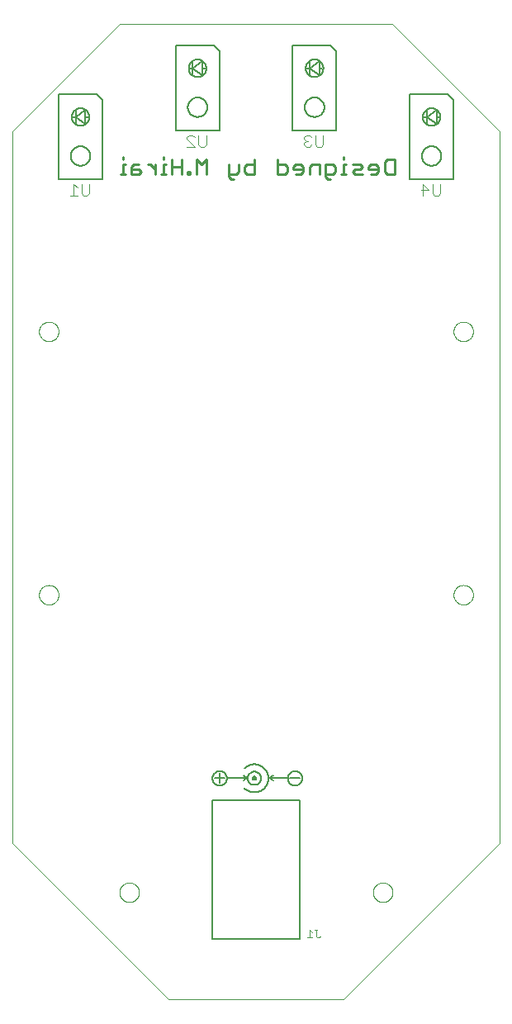
<source format=gbo>
G75*
%MOIN*%
%OFA0B0*%
%FSLAX25Y25*%
%IPPOS*%
%LPD*%
%AMOC8*
5,1,8,0,0,1.08239X$1,22.5*
%
%ADD10C,0.00000*%
%ADD11C,0.01100*%
%ADD12C,0.00787*%
%ADD13C,0.00400*%
%ADD14C,0.00500*%
D10*
X0064492Y0011220D02*
X0001500Y0074213D01*
X0001500Y0361614D01*
X0044807Y0404921D01*
X0155043Y0404921D01*
X0198350Y0361614D01*
X0198350Y0074213D01*
X0135358Y0011220D01*
X0064492Y0011220D01*
X0044807Y0054528D02*
X0044809Y0054653D01*
X0044815Y0054778D01*
X0044825Y0054902D01*
X0044839Y0055026D01*
X0044856Y0055150D01*
X0044878Y0055273D01*
X0044904Y0055395D01*
X0044933Y0055517D01*
X0044966Y0055637D01*
X0045004Y0055756D01*
X0045044Y0055875D01*
X0045089Y0055991D01*
X0045137Y0056106D01*
X0045189Y0056220D01*
X0045245Y0056332D01*
X0045304Y0056442D01*
X0045366Y0056550D01*
X0045432Y0056657D01*
X0045501Y0056761D01*
X0045574Y0056862D01*
X0045649Y0056962D01*
X0045728Y0057059D01*
X0045810Y0057153D01*
X0045895Y0057245D01*
X0045982Y0057334D01*
X0046073Y0057420D01*
X0046166Y0057503D01*
X0046262Y0057584D01*
X0046360Y0057661D01*
X0046460Y0057735D01*
X0046563Y0057806D01*
X0046668Y0057873D01*
X0046776Y0057938D01*
X0046885Y0057998D01*
X0046996Y0058056D01*
X0047109Y0058109D01*
X0047223Y0058159D01*
X0047339Y0058206D01*
X0047456Y0058248D01*
X0047575Y0058287D01*
X0047695Y0058323D01*
X0047816Y0058354D01*
X0047938Y0058382D01*
X0048060Y0058405D01*
X0048184Y0058425D01*
X0048308Y0058441D01*
X0048432Y0058453D01*
X0048557Y0058461D01*
X0048682Y0058465D01*
X0048806Y0058465D01*
X0048931Y0058461D01*
X0049056Y0058453D01*
X0049180Y0058441D01*
X0049304Y0058425D01*
X0049428Y0058405D01*
X0049550Y0058382D01*
X0049672Y0058354D01*
X0049793Y0058323D01*
X0049913Y0058287D01*
X0050032Y0058248D01*
X0050149Y0058206D01*
X0050265Y0058159D01*
X0050379Y0058109D01*
X0050492Y0058056D01*
X0050603Y0057998D01*
X0050713Y0057938D01*
X0050820Y0057873D01*
X0050925Y0057806D01*
X0051028Y0057735D01*
X0051128Y0057661D01*
X0051226Y0057584D01*
X0051322Y0057503D01*
X0051415Y0057420D01*
X0051506Y0057334D01*
X0051593Y0057245D01*
X0051678Y0057153D01*
X0051760Y0057059D01*
X0051839Y0056962D01*
X0051914Y0056862D01*
X0051987Y0056761D01*
X0052056Y0056657D01*
X0052122Y0056550D01*
X0052184Y0056442D01*
X0052243Y0056332D01*
X0052299Y0056220D01*
X0052351Y0056106D01*
X0052399Y0055991D01*
X0052444Y0055875D01*
X0052484Y0055756D01*
X0052522Y0055637D01*
X0052555Y0055517D01*
X0052584Y0055395D01*
X0052610Y0055273D01*
X0052632Y0055150D01*
X0052649Y0055026D01*
X0052663Y0054902D01*
X0052673Y0054778D01*
X0052679Y0054653D01*
X0052681Y0054528D01*
X0052679Y0054403D01*
X0052673Y0054278D01*
X0052663Y0054154D01*
X0052649Y0054030D01*
X0052632Y0053906D01*
X0052610Y0053783D01*
X0052584Y0053661D01*
X0052555Y0053539D01*
X0052522Y0053419D01*
X0052484Y0053300D01*
X0052444Y0053181D01*
X0052399Y0053065D01*
X0052351Y0052950D01*
X0052299Y0052836D01*
X0052243Y0052724D01*
X0052184Y0052614D01*
X0052122Y0052506D01*
X0052056Y0052399D01*
X0051987Y0052295D01*
X0051914Y0052194D01*
X0051839Y0052094D01*
X0051760Y0051997D01*
X0051678Y0051903D01*
X0051593Y0051811D01*
X0051506Y0051722D01*
X0051415Y0051636D01*
X0051322Y0051553D01*
X0051226Y0051472D01*
X0051128Y0051395D01*
X0051028Y0051321D01*
X0050925Y0051250D01*
X0050820Y0051183D01*
X0050712Y0051118D01*
X0050603Y0051058D01*
X0050492Y0051000D01*
X0050379Y0050947D01*
X0050265Y0050897D01*
X0050149Y0050850D01*
X0050032Y0050808D01*
X0049913Y0050769D01*
X0049793Y0050733D01*
X0049672Y0050702D01*
X0049550Y0050674D01*
X0049428Y0050651D01*
X0049304Y0050631D01*
X0049180Y0050615D01*
X0049056Y0050603D01*
X0048931Y0050595D01*
X0048806Y0050591D01*
X0048682Y0050591D01*
X0048557Y0050595D01*
X0048432Y0050603D01*
X0048308Y0050615D01*
X0048184Y0050631D01*
X0048060Y0050651D01*
X0047938Y0050674D01*
X0047816Y0050702D01*
X0047695Y0050733D01*
X0047575Y0050769D01*
X0047456Y0050808D01*
X0047339Y0050850D01*
X0047223Y0050897D01*
X0047109Y0050947D01*
X0046996Y0051000D01*
X0046885Y0051058D01*
X0046775Y0051118D01*
X0046668Y0051183D01*
X0046563Y0051250D01*
X0046460Y0051321D01*
X0046360Y0051395D01*
X0046262Y0051472D01*
X0046166Y0051553D01*
X0046073Y0051636D01*
X0045982Y0051722D01*
X0045895Y0051811D01*
X0045810Y0051903D01*
X0045728Y0051997D01*
X0045649Y0052094D01*
X0045574Y0052194D01*
X0045501Y0052295D01*
X0045432Y0052399D01*
X0045366Y0052506D01*
X0045304Y0052614D01*
X0045245Y0052724D01*
X0045189Y0052836D01*
X0045137Y0052950D01*
X0045089Y0053065D01*
X0045044Y0053181D01*
X0045004Y0053300D01*
X0044966Y0053419D01*
X0044933Y0053539D01*
X0044904Y0053661D01*
X0044878Y0053783D01*
X0044856Y0053906D01*
X0044839Y0054030D01*
X0044825Y0054154D01*
X0044815Y0054278D01*
X0044809Y0054403D01*
X0044807Y0054528D01*
X0012327Y0174606D02*
X0012329Y0174731D01*
X0012335Y0174856D01*
X0012345Y0174980D01*
X0012359Y0175104D01*
X0012376Y0175228D01*
X0012398Y0175351D01*
X0012424Y0175473D01*
X0012453Y0175595D01*
X0012486Y0175715D01*
X0012524Y0175834D01*
X0012564Y0175953D01*
X0012609Y0176069D01*
X0012657Y0176184D01*
X0012709Y0176298D01*
X0012765Y0176410D01*
X0012824Y0176520D01*
X0012886Y0176628D01*
X0012952Y0176735D01*
X0013021Y0176839D01*
X0013094Y0176940D01*
X0013169Y0177040D01*
X0013248Y0177137D01*
X0013330Y0177231D01*
X0013415Y0177323D01*
X0013502Y0177412D01*
X0013593Y0177498D01*
X0013686Y0177581D01*
X0013782Y0177662D01*
X0013880Y0177739D01*
X0013980Y0177813D01*
X0014083Y0177884D01*
X0014188Y0177951D01*
X0014296Y0178016D01*
X0014405Y0178076D01*
X0014516Y0178134D01*
X0014629Y0178187D01*
X0014743Y0178237D01*
X0014859Y0178284D01*
X0014976Y0178326D01*
X0015095Y0178365D01*
X0015215Y0178401D01*
X0015336Y0178432D01*
X0015458Y0178460D01*
X0015580Y0178483D01*
X0015704Y0178503D01*
X0015828Y0178519D01*
X0015952Y0178531D01*
X0016077Y0178539D01*
X0016202Y0178543D01*
X0016326Y0178543D01*
X0016451Y0178539D01*
X0016576Y0178531D01*
X0016700Y0178519D01*
X0016824Y0178503D01*
X0016948Y0178483D01*
X0017070Y0178460D01*
X0017192Y0178432D01*
X0017313Y0178401D01*
X0017433Y0178365D01*
X0017552Y0178326D01*
X0017669Y0178284D01*
X0017785Y0178237D01*
X0017899Y0178187D01*
X0018012Y0178134D01*
X0018123Y0178076D01*
X0018233Y0178016D01*
X0018340Y0177951D01*
X0018445Y0177884D01*
X0018548Y0177813D01*
X0018648Y0177739D01*
X0018746Y0177662D01*
X0018842Y0177581D01*
X0018935Y0177498D01*
X0019026Y0177412D01*
X0019113Y0177323D01*
X0019198Y0177231D01*
X0019280Y0177137D01*
X0019359Y0177040D01*
X0019434Y0176940D01*
X0019507Y0176839D01*
X0019576Y0176735D01*
X0019642Y0176628D01*
X0019704Y0176520D01*
X0019763Y0176410D01*
X0019819Y0176298D01*
X0019871Y0176184D01*
X0019919Y0176069D01*
X0019964Y0175953D01*
X0020004Y0175834D01*
X0020042Y0175715D01*
X0020075Y0175595D01*
X0020104Y0175473D01*
X0020130Y0175351D01*
X0020152Y0175228D01*
X0020169Y0175104D01*
X0020183Y0174980D01*
X0020193Y0174856D01*
X0020199Y0174731D01*
X0020201Y0174606D01*
X0020199Y0174481D01*
X0020193Y0174356D01*
X0020183Y0174232D01*
X0020169Y0174108D01*
X0020152Y0173984D01*
X0020130Y0173861D01*
X0020104Y0173739D01*
X0020075Y0173617D01*
X0020042Y0173497D01*
X0020004Y0173378D01*
X0019964Y0173259D01*
X0019919Y0173143D01*
X0019871Y0173028D01*
X0019819Y0172914D01*
X0019763Y0172802D01*
X0019704Y0172692D01*
X0019642Y0172584D01*
X0019576Y0172477D01*
X0019507Y0172373D01*
X0019434Y0172272D01*
X0019359Y0172172D01*
X0019280Y0172075D01*
X0019198Y0171981D01*
X0019113Y0171889D01*
X0019026Y0171800D01*
X0018935Y0171714D01*
X0018842Y0171631D01*
X0018746Y0171550D01*
X0018648Y0171473D01*
X0018548Y0171399D01*
X0018445Y0171328D01*
X0018340Y0171261D01*
X0018232Y0171196D01*
X0018123Y0171136D01*
X0018012Y0171078D01*
X0017899Y0171025D01*
X0017785Y0170975D01*
X0017669Y0170928D01*
X0017552Y0170886D01*
X0017433Y0170847D01*
X0017313Y0170811D01*
X0017192Y0170780D01*
X0017070Y0170752D01*
X0016948Y0170729D01*
X0016824Y0170709D01*
X0016700Y0170693D01*
X0016576Y0170681D01*
X0016451Y0170673D01*
X0016326Y0170669D01*
X0016202Y0170669D01*
X0016077Y0170673D01*
X0015952Y0170681D01*
X0015828Y0170693D01*
X0015704Y0170709D01*
X0015580Y0170729D01*
X0015458Y0170752D01*
X0015336Y0170780D01*
X0015215Y0170811D01*
X0015095Y0170847D01*
X0014976Y0170886D01*
X0014859Y0170928D01*
X0014743Y0170975D01*
X0014629Y0171025D01*
X0014516Y0171078D01*
X0014405Y0171136D01*
X0014295Y0171196D01*
X0014188Y0171261D01*
X0014083Y0171328D01*
X0013980Y0171399D01*
X0013880Y0171473D01*
X0013782Y0171550D01*
X0013686Y0171631D01*
X0013593Y0171714D01*
X0013502Y0171800D01*
X0013415Y0171889D01*
X0013330Y0171981D01*
X0013248Y0172075D01*
X0013169Y0172172D01*
X0013094Y0172272D01*
X0013021Y0172373D01*
X0012952Y0172477D01*
X0012886Y0172584D01*
X0012824Y0172692D01*
X0012765Y0172802D01*
X0012709Y0172914D01*
X0012657Y0173028D01*
X0012609Y0173143D01*
X0012564Y0173259D01*
X0012524Y0173378D01*
X0012486Y0173497D01*
X0012453Y0173617D01*
X0012424Y0173739D01*
X0012398Y0173861D01*
X0012376Y0173984D01*
X0012359Y0174108D01*
X0012345Y0174232D01*
X0012335Y0174356D01*
X0012329Y0174481D01*
X0012327Y0174606D01*
X0012327Y0280906D02*
X0012329Y0281031D01*
X0012335Y0281156D01*
X0012345Y0281280D01*
X0012359Y0281404D01*
X0012376Y0281528D01*
X0012398Y0281651D01*
X0012424Y0281773D01*
X0012453Y0281895D01*
X0012486Y0282015D01*
X0012524Y0282134D01*
X0012564Y0282253D01*
X0012609Y0282369D01*
X0012657Y0282484D01*
X0012709Y0282598D01*
X0012765Y0282710D01*
X0012824Y0282820D01*
X0012886Y0282928D01*
X0012952Y0283035D01*
X0013021Y0283139D01*
X0013094Y0283240D01*
X0013169Y0283340D01*
X0013248Y0283437D01*
X0013330Y0283531D01*
X0013415Y0283623D01*
X0013502Y0283712D01*
X0013593Y0283798D01*
X0013686Y0283881D01*
X0013782Y0283962D01*
X0013880Y0284039D01*
X0013980Y0284113D01*
X0014083Y0284184D01*
X0014188Y0284251D01*
X0014296Y0284316D01*
X0014405Y0284376D01*
X0014516Y0284434D01*
X0014629Y0284487D01*
X0014743Y0284537D01*
X0014859Y0284584D01*
X0014976Y0284626D01*
X0015095Y0284665D01*
X0015215Y0284701D01*
X0015336Y0284732D01*
X0015458Y0284760D01*
X0015580Y0284783D01*
X0015704Y0284803D01*
X0015828Y0284819D01*
X0015952Y0284831D01*
X0016077Y0284839D01*
X0016202Y0284843D01*
X0016326Y0284843D01*
X0016451Y0284839D01*
X0016576Y0284831D01*
X0016700Y0284819D01*
X0016824Y0284803D01*
X0016948Y0284783D01*
X0017070Y0284760D01*
X0017192Y0284732D01*
X0017313Y0284701D01*
X0017433Y0284665D01*
X0017552Y0284626D01*
X0017669Y0284584D01*
X0017785Y0284537D01*
X0017899Y0284487D01*
X0018012Y0284434D01*
X0018123Y0284376D01*
X0018233Y0284316D01*
X0018340Y0284251D01*
X0018445Y0284184D01*
X0018548Y0284113D01*
X0018648Y0284039D01*
X0018746Y0283962D01*
X0018842Y0283881D01*
X0018935Y0283798D01*
X0019026Y0283712D01*
X0019113Y0283623D01*
X0019198Y0283531D01*
X0019280Y0283437D01*
X0019359Y0283340D01*
X0019434Y0283240D01*
X0019507Y0283139D01*
X0019576Y0283035D01*
X0019642Y0282928D01*
X0019704Y0282820D01*
X0019763Y0282710D01*
X0019819Y0282598D01*
X0019871Y0282484D01*
X0019919Y0282369D01*
X0019964Y0282253D01*
X0020004Y0282134D01*
X0020042Y0282015D01*
X0020075Y0281895D01*
X0020104Y0281773D01*
X0020130Y0281651D01*
X0020152Y0281528D01*
X0020169Y0281404D01*
X0020183Y0281280D01*
X0020193Y0281156D01*
X0020199Y0281031D01*
X0020201Y0280906D01*
X0020199Y0280781D01*
X0020193Y0280656D01*
X0020183Y0280532D01*
X0020169Y0280408D01*
X0020152Y0280284D01*
X0020130Y0280161D01*
X0020104Y0280039D01*
X0020075Y0279917D01*
X0020042Y0279797D01*
X0020004Y0279678D01*
X0019964Y0279559D01*
X0019919Y0279443D01*
X0019871Y0279328D01*
X0019819Y0279214D01*
X0019763Y0279102D01*
X0019704Y0278992D01*
X0019642Y0278884D01*
X0019576Y0278777D01*
X0019507Y0278673D01*
X0019434Y0278572D01*
X0019359Y0278472D01*
X0019280Y0278375D01*
X0019198Y0278281D01*
X0019113Y0278189D01*
X0019026Y0278100D01*
X0018935Y0278014D01*
X0018842Y0277931D01*
X0018746Y0277850D01*
X0018648Y0277773D01*
X0018548Y0277699D01*
X0018445Y0277628D01*
X0018340Y0277561D01*
X0018232Y0277496D01*
X0018123Y0277436D01*
X0018012Y0277378D01*
X0017899Y0277325D01*
X0017785Y0277275D01*
X0017669Y0277228D01*
X0017552Y0277186D01*
X0017433Y0277147D01*
X0017313Y0277111D01*
X0017192Y0277080D01*
X0017070Y0277052D01*
X0016948Y0277029D01*
X0016824Y0277009D01*
X0016700Y0276993D01*
X0016576Y0276981D01*
X0016451Y0276973D01*
X0016326Y0276969D01*
X0016202Y0276969D01*
X0016077Y0276973D01*
X0015952Y0276981D01*
X0015828Y0276993D01*
X0015704Y0277009D01*
X0015580Y0277029D01*
X0015458Y0277052D01*
X0015336Y0277080D01*
X0015215Y0277111D01*
X0015095Y0277147D01*
X0014976Y0277186D01*
X0014859Y0277228D01*
X0014743Y0277275D01*
X0014629Y0277325D01*
X0014516Y0277378D01*
X0014405Y0277436D01*
X0014295Y0277496D01*
X0014188Y0277561D01*
X0014083Y0277628D01*
X0013980Y0277699D01*
X0013880Y0277773D01*
X0013782Y0277850D01*
X0013686Y0277931D01*
X0013593Y0278014D01*
X0013502Y0278100D01*
X0013415Y0278189D01*
X0013330Y0278281D01*
X0013248Y0278375D01*
X0013169Y0278472D01*
X0013094Y0278572D01*
X0013021Y0278673D01*
X0012952Y0278777D01*
X0012886Y0278884D01*
X0012824Y0278992D01*
X0012765Y0279102D01*
X0012709Y0279214D01*
X0012657Y0279328D01*
X0012609Y0279443D01*
X0012564Y0279559D01*
X0012524Y0279678D01*
X0012486Y0279797D01*
X0012453Y0279917D01*
X0012424Y0280039D01*
X0012398Y0280161D01*
X0012376Y0280284D01*
X0012359Y0280408D01*
X0012345Y0280532D01*
X0012335Y0280656D01*
X0012329Y0280781D01*
X0012327Y0280906D01*
X0147169Y0054528D02*
X0147171Y0054653D01*
X0147177Y0054778D01*
X0147187Y0054902D01*
X0147201Y0055026D01*
X0147218Y0055150D01*
X0147240Y0055273D01*
X0147266Y0055395D01*
X0147295Y0055517D01*
X0147328Y0055637D01*
X0147366Y0055756D01*
X0147406Y0055875D01*
X0147451Y0055991D01*
X0147499Y0056106D01*
X0147551Y0056220D01*
X0147607Y0056332D01*
X0147666Y0056442D01*
X0147728Y0056550D01*
X0147794Y0056657D01*
X0147863Y0056761D01*
X0147936Y0056862D01*
X0148011Y0056962D01*
X0148090Y0057059D01*
X0148172Y0057153D01*
X0148257Y0057245D01*
X0148344Y0057334D01*
X0148435Y0057420D01*
X0148528Y0057503D01*
X0148624Y0057584D01*
X0148722Y0057661D01*
X0148822Y0057735D01*
X0148925Y0057806D01*
X0149030Y0057873D01*
X0149138Y0057938D01*
X0149247Y0057998D01*
X0149358Y0058056D01*
X0149471Y0058109D01*
X0149585Y0058159D01*
X0149701Y0058206D01*
X0149818Y0058248D01*
X0149937Y0058287D01*
X0150057Y0058323D01*
X0150178Y0058354D01*
X0150300Y0058382D01*
X0150422Y0058405D01*
X0150546Y0058425D01*
X0150670Y0058441D01*
X0150794Y0058453D01*
X0150919Y0058461D01*
X0151044Y0058465D01*
X0151168Y0058465D01*
X0151293Y0058461D01*
X0151418Y0058453D01*
X0151542Y0058441D01*
X0151666Y0058425D01*
X0151790Y0058405D01*
X0151912Y0058382D01*
X0152034Y0058354D01*
X0152155Y0058323D01*
X0152275Y0058287D01*
X0152394Y0058248D01*
X0152511Y0058206D01*
X0152627Y0058159D01*
X0152741Y0058109D01*
X0152854Y0058056D01*
X0152965Y0057998D01*
X0153075Y0057938D01*
X0153182Y0057873D01*
X0153287Y0057806D01*
X0153390Y0057735D01*
X0153490Y0057661D01*
X0153588Y0057584D01*
X0153684Y0057503D01*
X0153777Y0057420D01*
X0153868Y0057334D01*
X0153955Y0057245D01*
X0154040Y0057153D01*
X0154122Y0057059D01*
X0154201Y0056962D01*
X0154276Y0056862D01*
X0154349Y0056761D01*
X0154418Y0056657D01*
X0154484Y0056550D01*
X0154546Y0056442D01*
X0154605Y0056332D01*
X0154661Y0056220D01*
X0154713Y0056106D01*
X0154761Y0055991D01*
X0154806Y0055875D01*
X0154846Y0055756D01*
X0154884Y0055637D01*
X0154917Y0055517D01*
X0154946Y0055395D01*
X0154972Y0055273D01*
X0154994Y0055150D01*
X0155011Y0055026D01*
X0155025Y0054902D01*
X0155035Y0054778D01*
X0155041Y0054653D01*
X0155043Y0054528D01*
X0155041Y0054403D01*
X0155035Y0054278D01*
X0155025Y0054154D01*
X0155011Y0054030D01*
X0154994Y0053906D01*
X0154972Y0053783D01*
X0154946Y0053661D01*
X0154917Y0053539D01*
X0154884Y0053419D01*
X0154846Y0053300D01*
X0154806Y0053181D01*
X0154761Y0053065D01*
X0154713Y0052950D01*
X0154661Y0052836D01*
X0154605Y0052724D01*
X0154546Y0052614D01*
X0154484Y0052506D01*
X0154418Y0052399D01*
X0154349Y0052295D01*
X0154276Y0052194D01*
X0154201Y0052094D01*
X0154122Y0051997D01*
X0154040Y0051903D01*
X0153955Y0051811D01*
X0153868Y0051722D01*
X0153777Y0051636D01*
X0153684Y0051553D01*
X0153588Y0051472D01*
X0153490Y0051395D01*
X0153390Y0051321D01*
X0153287Y0051250D01*
X0153182Y0051183D01*
X0153074Y0051118D01*
X0152965Y0051058D01*
X0152854Y0051000D01*
X0152741Y0050947D01*
X0152627Y0050897D01*
X0152511Y0050850D01*
X0152394Y0050808D01*
X0152275Y0050769D01*
X0152155Y0050733D01*
X0152034Y0050702D01*
X0151912Y0050674D01*
X0151790Y0050651D01*
X0151666Y0050631D01*
X0151542Y0050615D01*
X0151418Y0050603D01*
X0151293Y0050595D01*
X0151168Y0050591D01*
X0151044Y0050591D01*
X0150919Y0050595D01*
X0150794Y0050603D01*
X0150670Y0050615D01*
X0150546Y0050631D01*
X0150422Y0050651D01*
X0150300Y0050674D01*
X0150178Y0050702D01*
X0150057Y0050733D01*
X0149937Y0050769D01*
X0149818Y0050808D01*
X0149701Y0050850D01*
X0149585Y0050897D01*
X0149471Y0050947D01*
X0149358Y0051000D01*
X0149247Y0051058D01*
X0149137Y0051118D01*
X0149030Y0051183D01*
X0148925Y0051250D01*
X0148822Y0051321D01*
X0148722Y0051395D01*
X0148624Y0051472D01*
X0148528Y0051553D01*
X0148435Y0051636D01*
X0148344Y0051722D01*
X0148257Y0051811D01*
X0148172Y0051903D01*
X0148090Y0051997D01*
X0148011Y0052094D01*
X0147936Y0052194D01*
X0147863Y0052295D01*
X0147794Y0052399D01*
X0147728Y0052506D01*
X0147666Y0052614D01*
X0147607Y0052724D01*
X0147551Y0052836D01*
X0147499Y0052950D01*
X0147451Y0053065D01*
X0147406Y0053181D01*
X0147366Y0053300D01*
X0147328Y0053419D01*
X0147295Y0053539D01*
X0147266Y0053661D01*
X0147240Y0053783D01*
X0147218Y0053906D01*
X0147201Y0054030D01*
X0147187Y0054154D01*
X0147177Y0054278D01*
X0147171Y0054403D01*
X0147169Y0054528D01*
X0179650Y0174606D02*
X0179652Y0174731D01*
X0179658Y0174856D01*
X0179668Y0174980D01*
X0179682Y0175104D01*
X0179699Y0175228D01*
X0179721Y0175351D01*
X0179747Y0175473D01*
X0179776Y0175595D01*
X0179809Y0175715D01*
X0179847Y0175834D01*
X0179887Y0175953D01*
X0179932Y0176069D01*
X0179980Y0176184D01*
X0180032Y0176298D01*
X0180088Y0176410D01*
X0180147Y0176520D01*
X0180209Y0176628D01*
X0180275Y0176735D01*
X0180344Y0176839D01*
X0180417Y0176940D01*
X0180492Y0177040D01*
X0180571Y0177137D01*
X0180653Y0177231D01*
X0180738Y0177323D01*
X0180825Y0177412D01*
X0180916Y0177498D01*
X0181009Y0177581D01*
X0181105Y0177662D01*
X0181203Y0177739D01*
X0181303Y0177813D01*
X0181406Y0177884D01*
X0181511Y0177951D01*
X0181619Y0178016D01*
X0181728Y0178076D01*
X0181839Y0178134D01*
X0181952Y0178187D01*
X0182066Y0178237D01*
X0182182Y0178284D01*
X0182299Y0178326D01*
X0182418Y0178365D01*
X0182538Y0178401D01*
X0182659Y0178432D01*
X0182781Y0178460D01*
X0182903Y0178483D01*
X0183027Y0178503D01*
X0183151Y0178519D01*
X0183275Y0178531D01*
X0183400Y0178539D01*
X0183525Y0178543D01*
X0183649Y0178543D01*
X0183774Y0178539D01*
X0183899Y0178531D01*
X0184023Y0178519D01*
X0184147Y0178503D01*
X0184271Y0178483D01*
X0184393Y0178460D01*
X0184515Y0178432D01*
X0184636Y0178401D01*
X0184756Y0178365D01*
X0184875Y0178326D01*
X0184992Y0178284D01*
X0185108Y0178237D01*
X0185222Y0178187D01*
X0185335Y0178134D01*
X0185446Y0178076D01*
X0185556Y0178016D01*
X0185663Y0177951D01*
X0185768Y0177884D01*
X0185871Y0177813D01*
X0185971Y0177739D01*
X0186069Y0177662D01*
X0186165Y0177581D01*
X0186258Y0177498D01*
X0186349Y0177412D01*
X0186436Y0177323D01*
X0186521Y0177231D01*
X0186603Y0177137D01*
X0186682Y0177040D01*
X0186757Y0176940D01*
X0186830Y0176839D01*
X0186899Y0176735D01*
X0186965Y0176628D01*
X0187027Y0176520D01*
X0187086Y0176410D01*
X0187142Y0176298D01*
X0187194Y0176184D01*
X0187242Y0176069D01*
X0187287Y0175953D01*
X0187327Y0175834D01*
X0187365Y0175715D01*
X0187398Y0175595D01*
X0187427Y0175473D01*
X0187453Y0175351D01*
X0187475Y0175228D01*
X0187492Y0175104D01*
X0187506Y0174980D01*
X0187516Y0174856D01*
X0187522Y0174731D01*
X0187524Y0174606D01*
X0187522Y0174481D01*
X0187516Y0174356D01*
X0187506Y0174232D01*
X0187492Y0174108D01*
X0187475Y0173984D01*
X0187453Y0173861D01*
X0187427Y0173739D01*
X0187398Y0173617D01*
X0187365Y0173497D01*
X0187327Y0173378D01*
X0187287Y0173259D01*
X0187242Y0173143D01*
X0187194Y0173028D01*
X0187142Y0172914D01*
X0187086Y0172802D01*
X0187027Y0172692D01*
X0186965Y0172584D01*
X0186899Y0172477D01*
X0186830Y0172373D01*
X0186757Y0172272D01*
X0186682Y0172172D01*
X0186603Y0172075D01*
X0186521Y0171981D01*
X0186436Y0171889D01*
X0186349Y0171800D01*
X0186258Y0171714D01*
X0186165Y0171631D01*
X0186069Y0171550D01*
X0185971Y0171473D01*
X0185871Y0171399D01*
X0185768Y0171328D01*
X0185663Y0171261D01*
X0185555Y0171196D01*
X0185446Y0171136D01*
X0185335Y0171078D01*
X0185222Y0171025D01*
X0185108Y0170975D01*
X0184992Y0170928D01*
X0184875Y0170886D01*
X0184756Y0170847D01*
X0184636Y0170811D01*
X0184515Y0170780D01*
X0184393Y0170752D01*
X0184271Y0170729D01*
X0184147Y0170709D01*
X0184023Y0170693D01*
X0183899Y0170681D01*
X0183774Y0170673D01*
X0183649Y0170669D01*
X0183525Y0170669D01*
X0183400Y0170673D01*
X0183275Y0170681D01*
X0183151Y0170693D01*
X0183027Y0170709D01*
X0182903Y0170729D01*
X0182781Y0170752D01*
X0182659Y0170780D01*
X0182538Y0170811D01*
X0182418Y0170847D01*
X0182299Y0170886D01*
X0182182Y0170928D01*
X0182066Y0170975D01*
X0181952Y0171025D01*
X0181839Y0171078D01*
X0181728Y0171136D01*
X0181618Y0171196D01*
X0181511Y0171261D01*
X0181406Y0171328D01*
X0181303Y0171399D01*
X0181203Y0171473D01*
X0181105Y0171550D01*
X0181009Y0171631D01*
X0180916Y0171714D01*
X0180825Y0171800D01*
X0180738Y0171889D01*
X0180653Y0171981D01*
X0180571Y0172075D01*
X0180492Y0172172D01*
X0180417Y0172272D01*
X0180344Y0172373D01*
X0180275Y0172477D01*
X0180209Y0172584D01*
X0180147Y0172692D01*
X0180088Y0172802D01*
X0180032Y0172914D01*
X0179980Y0173028D01*
X0179932Y0173143D01*
X0179887Y0173259D01*
X0179847Y0173378D01*
X0179809Y0173497D01*
X0179776Y0173617D01*
X0179747Y0173739D01*
X0179721Y0173861D01*
X0179699Y0173984D01*
X0179682Y0174108D01*
X0179668Y0174232D01*
X0179658Y0174356D01*
X0179652Y0174481D01*
X0179650Y0174606D01*
X0179650Y0280906D02*
X0179652Y0281031D01*
X0179658Y0281156D01*
X0179668Y0281280D01*
X0179682Y0281404D01*
X0179699Y0281528D01*
X0179721Y0281651D01*
X0179747Y0281773D01*
X0179776Y0281895D01*
X0179809Y0282015D01*
X0179847Y0282134D01*
X0179887Y0282253D01*
X0179932Y0282369D01*
X0179980Y0282484D01*
X0180032Y0282598D01*
X0180088Y0282710D01*
X0180147Y0282820D01*
X0180209Y0282928D01*
X0180275Y0283035D01*
X0180344Y0283139D01*
X0180417Y0283240D01*
X0180492Y0283340D01*
X0180571Y0283437D01*
X0180653Y0283531D01*
X0180738Y0283623D01*
X0180825Y0283712D01*
X0180916Y0283798D01*
X0181009Y0283881D01*
X0181105Y0283962D01*
X0181203Y0284039D01*
X0181303Y0284113D01*
X0181406Y0284184D01*
X0181511Y0284251D01*
X0181619Y0284316D01*
X0181728Y0284376D01*
X0181839Y0284434D01*
X0181952Y0284487D01*
X0182066Y0284537D01*
X0182182Y0284584D01*
X0182299Y0284626D01*
X0182418Y0284665D01*
X0182538Y0284701D01*
X0182659Y0284732D01*
X0182781Y0284760D01*
X0182903Y0284783D01*
X0183027Y0284803D01*
X0183151Y0284819D01*
X0183275Y0284831D01*
X0183400Y0284839D01*
X0183525Y0284843D01*
X0183649Y0284843D01*
X0183774Y0284839D01*
X0183899Y0284831D01*
X0184023Y0284819D01*
X0184147Y0284803D01*
X0184271Y0284783D01*
X0184393Y0284760D01*
X0184515Y0284732D01*
X0184636Y0284701D01*
X0184756Y0284665D01*
X0184875Y0284626D01*
X0184992Y0284584D01*
X0185108Y0284537D01*
X0185222Y0284487D01*
X0185335Y0284434D01*
X0185446Y0284376D01*
X0185556Y0284316D01*
X0185663Y0284251D01*
X0185768Y0284184D01*
X0185871Y0284113D01*
X0185971Y0284039D01*
X0186069Y0283962D01*
X0186165Y0283881D01*
X0186258Y0283798D01*
X0186349Y0283712D01*
X0186436Y0283623D01*
X0186521Y0283531D01*
X0186603Y0283437D01*
X0186682Y0283340D01*
X0186757Y0283240D01*
X0186830Y0283139D01*
X0186899Y0283035D01*
X0186965Y0282928D01*
X0187027Y0282820D01*
X0187086Y0282710D01*
X0187142Y0282598D01*
X0187194Y0282484D01*
X0187242Y0282369D01*
X0187287Y0282253D01*
X0187327Y0282134D01*
X0187365Y0282015D01*
X0187398Y0281895D01*
X0187427Y0281773D01*
X0187453Y0281651D01*
X0187475Y0281528D01*
X0187492Y0281404D01*
X0187506Y0281280D01*
X0187516Y0281156D01*
X0187522Y0281031D01*
X0187524Y0280906D01*
X0187522Y0280781D01*
X0187516Y0280656D01*
X0187506Y0280532D01*
X0187492Y0280408D01*
X0187475Y0280284D01*
X0187453Y0280161D01*
X0187427Y0280039D01*
X0187398Y0279917D01*
X0187365Y0279797D01*
X0187327Y0279678D01*
X0187287Y0279559D01*
X0187242Y0279443D01*
X0187194Y0279328D01*
X0187142Y0279214D01*
X0187086Y0279102D01*
X0187027Y0278992D01*
X0186965Y0278884D01*
X0186899Y0278777D01*
X0186830Y0278673D01*
X0186757Y0278572D01*
X0186682Y0278472D01*
X0186603Y0278375D01*
X0186521Y0278281D01*
X0186436Y0278189D01*
X0186349Y0278100D01*
X0186258Y0278014D01*
X0186165Y0277931D01*
X0186069Y0277850D01*
X0185971Y0277773D01*
X0185871Y0277699D01*
X0185768Y0277628D01*
X0185663Y0277561D01*
X0185555Y0277496D01*
X0185446Y0277436D01*
X0185335Y0277378D01*
X0185222Y0277325D01*
X0185108Y0277275D01*
X0184992Y0277228D01*
X0184875Y0277186D01*
X0184756Y0277147D01*
X0184636Y0277111D01*
X0184515Y0277080D01*
X0184393Y0277052D01*
X0184271Y0277029D01*
X0184147Y0277009D01*
X0184023Y0276993D01*
X0183899Y0276981D01*
X0183774Y0276973D01*
X0183649Y0276969D01*
X0183525Y0276969D01*
X0183400Y0276973D01*
X0183275Y0276981D01*
X0183151Y0276993D01*
X0183027Y0277009D01*
X0182903Y0277029D01*
X0182781Y0277052D01*
X0182659Y0277080D01*
X0182538Y0277111D01*
X0182418Y0277147D01*
X0182299Y0277186D01*
X0182182Y0277228D01*
X0182066Y0277275D01*
X0181952Y0277325D01*
X0181839Y0277378D01*
X0181728Y0277436D01*
X0181618Y0277496D01*
X0181511Y0277561D01*
X0181406Y0277628D01*
X0181303Y0277699D01*
X0181203Y0277773D01*
X0181105Y0277850D01*
X0181009Y0277931D01*
X0180916Y0278014D01*
X0180825Y0278100D01*
X0180738Y0278189D01*
X0180653Y0278281D01*
X0180571Y0278375D01*
X0180492Y0278472D01*
X0180417Y0278572D01*
X0180344Y0278673D01*
X0180275Y0278777D01*
X0180209Y0278884D01*
X0180147Y0278992D01*
X0180088Y0279102D01*
X0180032Y0279214D01*
X0179980Y0279328D01*
X0179932Y0279443D01*
X0179887Y0279559D01*
X0179847Y0279678D01*
X0179809Y0279797D01*
X0179776Y0279917D01*
X0179747Y0280039D01*
X0179721Y0280161D01*
X0179699Y0280284D01*
X0179682Y0280408D01*
X0179668Y0280532D01*
X0179658Y0280656D01*
X0179652Y0280781D01*
X0179650Y0280906D01*
D11*
X0155927Y0344448D02*
X0152932Y0344448D01*
X0151933Y0345446D01*
X0151933Y0349441D01*
X0152932Y0350439D01*
X0155927Y0350439D01*
X0155927Y0344448D01*
X0149402Y0345446D02*
X0148404Y0344448D01*
X0146406Y0344448D01*
X0145408Y0346445D02*
X0149402Y0346445D01*
X0149402Y0347444D02*
X0148404Y0348442D01*
X0146406Y0348442D01*
X0145408Y0347444D01*
X0145408Y0346445D01*
X0142877Y0347444D02*
X0141878Y0348442D01*
X0138882Y0348442D01*
X0139881Y0346445D02*
X0141878Y0346445D01*
X0142877Y0347444D01*
X0142877Y0344448D02*
X0139881Y0344448D01*
X0138882Y0345446D01*
X0139881Y0346445D01*
X0136352Y0348442D02*
X0135353Y0348442D01*
X0135353Y0344448D01*
X0136352Y0344448D02*
X0134354Y0344448D01*
X0132002Y0345446D02*
X0131003Y0344448D01*
X0128007Y0344448D01*
X0128007Y0343449D02*
X0128007Y0348442D01*
X0131003Y0348442D01*
X0132002Y0347444D01*
X0132002Y0345446D01*
X0130004Y0342450D02*
X0129006Y0342450D01*
X0128007Y0343449D01*
X0125476Y0344448D02*
X0125476Y0348442D01*
X0122480Y0348442D01*
X0121482Y0347444D01*
X0121482Y0344448D01*
X0118951Y0345446D02*
X0118951Y0347444D01*
X0117952Y0348442D01*
X0115955Y0348442D01*
X0114957Y0347444D01*
X0114957Y0346445D01*
X0118951Y0346445D01*
X0118951Y0345446D02*
X0117952Y0344448D01*
X0115955Y0344448D01*
X0112426Y0345446D02*
X0112426Y0347444D01*
X0111427Y0348442D01*
X0108431Y0348442D01*
X0108431Y0350439D02*
X0108431Y0344448D01*
X0111427Y0344448D01*
X0112426Y0345446D01*
X0099375Y0344448D02*
X0096379Y0344448D01*
X0095381Y0345446D01*
X0095381Y0347444D01*
X0096379Y0348442D01*
X0099375Y0348442D01*
X0099375Y0350439D02*
X0099375Y0344448D01*
X0092850Y0345446D02*
X0091851Y0344448D01*
X0088855Y0344448D01*
X0088855Y0343449D02*
X0089854Y0342450D01*
X0090853Y0342450D01*
X0088855Y0343449D02*
X0088855Y0348442D01*
X0092850Y0348442D02*
X0092850Y0345446D01*
X0079799Y0344448D02*
X0079799Y0350439D01*
X0077802Y0348442D01*
X0075805Y0350439D01*
X0075805Y0344448D01*
X0073274Y0344448D02*
X0073274Y0345446D01*
X0072276Y0345446D01*
X0072276Y0344448D01*
X0073274Y0344448D01*
X0070012Y0344448D02*
X0070012Y0350439D01*
X0070012Y0347444D02*
X0066017Y0347444D01*
X0066017Y0350439D02*
X0066017Y0344448D01*
X0063486Y0344448D02*
X0061489Y0344448D01*
X0062488Y0344448D02*
X0062488Y0348442D01*
X0063486Y0348442D01*
X0062488Y0350439D02*
X0062488Y0351438D01*
X0059136Y0348442D02*
X0059136Y0344448D01*
X0059136Y0346445D02*
X0057139Y0348442D01*
X0056140Y0348442D01*
X0052700Y0348442D02*
X0050703Y0348442D01*
X0049704Y0347444D01*
X0049704Y0344448D01*
X0052700Y0344448D01*
X0053698Y0345446D01*
X0052700Y0346445D01*
X0049704Y0346445D01*
X0047173Y0348442D02*
X0046175Y0348442D01*
X0046175Y0344448D01*
X0047173Y0344448D02*
X0045176Y0344448D01*
X0046175Y0350439D02*
X0046175Y0351438D01*
X0135353Y0351438D02*
X0135353Y0350439D01*
X0149402Y0347444D02*
X0149402Y0345446D01*
D12*
X0161933Y0342520D02*
X0161933Y0376772D01*
X0176697Y0376772D01*
X0177287Y0376772D01*
X0179650Y0374409D01*
X0179650Y0342520D01*
X0161933Y0342520D01*
X0166854Y0351772D02*
X0166856Y0351897D01*
X0166862Y0352022D01*
X0166872Y0352146D01*
X0166886Y0352270D01*
X0166903Y0352394D01*
X0166925Y0352517D01*
X0166951Y0352639D01*
X0166980Y0352761D01*
X0167013Y0352881D01*
X0167051Y0353000D01*
X0167091Y0353119D01*
X0167136Y0353235D01*
X0167184Y0353350D01*
X0167236Y0353464D01*
X0167292Y0353576D01*
X0167351Y0353686D01*
X0167413Y0353794D01*
X0167479Y0353901D01*
X0167548Y0354005D01*
X0167621Y0354106D01*
X0167696Y0354206D01*
X0167775Y0354303D01*
X0167857Y0354397D01*
X0167942Y0354489D01*
X0168029Y0354578D01*
X0168120Y0354664D01*
X0168213Y0354747D01*
X0168309Y0354828D01*
X0168407Y0354905D01*
X0168507Y0354979D01*
X0168610Y0355050D01*
X0168715Y0355117D01*
X0168823Y0355182D01*
X0168932Y0355242D01*
X0169043Y0355300D01*
X0169156Y0355353D01*
X0169270Y0355403D01*
X0169386Y0355450D01*
X0169503Y0355492D01*
X0169622Y0355531D01*
X0169742Y0355567D01*
X0169863Y0355598D01*
X0169985Y0355626D01*
X0170107Y0355649D01*
X0170231Y0355669D01*
X0170355Y0355685D01*
X0170479Y0355697D01*
X0170604Y0355705D01*
X0170729Y0355709D01*
X0170853Y0355709D01*
X0170978Y0355705D01*
X0171103Y0355697D01*
X0171227Y0355685D01*
X0171351Y0355669D01*
X0171475Y0355649D01*
X0171597Y0355626D01*
X0171719Y0355598D01*
X0171840Y0355567D01*
X0171960Y0355531D01*
X0172079Y0355492D01*
X0172196Y0355450D01*
X0172312Y0355403D01*
X0172426Y0355353D01*
X0172539Y0355300D01*
X0172650Y0355242D01*
X0172760Y0355182D01*
X0172867Y0355117D01*
X0172972Y0355050D01*
X0173075Y0354979D01*
X0173175Y0354905D01*
X0173273Y0354828D01*
X0173369Y0354747D01*
X0173462Y0354664D01*
X0173553Y0354578D01*
X0173640Y0354489D01*
X0173725Y0354397D01*
X0173807Y0354303D01*
X0173886Y0354206D01*
X0173961Y0354106D01*
X0174034Y0354005D01*
X0174103Y0353901D01*
X0174169Y0353794D01*
X0174231Y0353686D01*
X0174290Y0353576D01*
X0174346Y0353464D01*
X0174398Y0353350D01*
X0174446Y0353235D01*
X0174491Y0353119D01*
X0174531Y0353000D01*
X0174569Y0352881D01*
X0174602Y0352761D01*
X0174631Y0352639D01*
X0174657Y0352517D01*
X0174679Y0352394D01*
X0174696Y0352270D01*
X0174710Y0352146D01*
X0174720Y0352022D01*
X0174726Y0351897D01*
X0174728Y0351772D01*
X0174726Y0351647D01*
X0174720Y0351522D01*
X0174710Y0351398D01*
X0174696Y0351274D01*
X0174679Y0351150D01*
X0174657Y0351027D01*
X0174631Y0350905D01*
X0174602Y0350783D01*
X0174569Y0350663D01*
X0174531Y0350544D01*
X0174491Y0350425D01*
X0174446Y0350309D01*
X0174398Y0350194D01*
X0174346Y0350080D01*
X0174290Y0349968D01*
X0174231Y0349858D01*
X0174169Y0349750D01*
X0174103Y0349643D01*
X0174034Y0349539D01*
X0173961Y0349438D01*
X0173886Y0349338D01*
X0173807Y0349241D01*
X0173725Y0349147D01*
X0173640Y0349055D01*
X0173553Y0348966D01*
X0173462Y0348880D01*
X0173369Y0348797D01*
X0173273Y0348716D01*
X0173175Y0348639D01*
X0173075Y0348565D01*
X0172972Y0348494D01*
X0172867Y0348427D01*
X0172759Y0348362D01*
X0172650Y0348302D01*
X0172539Y0348244D01*
X0172426Y0348191D01*
X0172312Y0348141D01*
X0172196Y0348094D01*
X0172079Y0348052D01*
X0171960Y0348013D01*
X0171840Y0347977D01*
X0171719Y0347946D01*
X0171597Y0347918D01*
X0171475Y0347895D01*
X0171351Y0347875D01*
X0171227Y0347859D01*
X0171103Y0347847D01*
X0170978Y0347839D01*
X0170853Y0347835D01*
X0170729Y0347835D01*
X0170604Y0347839D01*
X0170479Y0347847D01*
X0170355Y0347859D01*
X0170231Y0347875D01*
X0170107Y0347895D01*
X0169985Y0347918D01*
X0169863Y0347946D01*
X0169742Y0347977D01*
X0169622Y0348013D01*
X0169503Y0348052D01*
X0169386Y0348094D01*
X0169270Y0348141D01*
X0169156Y0348191D01*
X0169043Y0348244D01*
X0168932Y0348302D01*
X0168822Y0348362D01*
X0168715Y0348427D01*
X0168610Y0348494D01*
X0168507Y0348565D01*
X0168407Y0348639D01*
X0168309Y0348716D01*
X0168213Y0348797D01*
X0168120Y0348880D01*
X0168029Y0348966D01*
X0167942Y0349055D01*
X0167857Y0349147D01*
X0167775Y0349241D01*
X0167696Y0349338D01*
X0167621Y0349438D01*
X0167548Y0349539D01*
X0167479Y0349643D01*
X0167413Y0349750D01*
X0167351Y0349858D01*
X0167292Y0349968D01*
X0167236Y0350080D01*
X0167184Y0350194D01*
X0167136Y0350309D01*
X0167091Y0350425D01*
X0167051Y0350544D01*
X0167013Y0350663D01*
X0166980Y0350783D01*
X0166951Y0350905D01*
X0166925Y0351027D01*
X0166903Y0351150D01*
X0166886Y0351274D01*
X0166872Y0351398D01*
X0166862Y0351522D01*
X0166856Y0351647D01*
X0166854Y0351772D01*
X0168823Y0364764D02*
X0168823Y0367520D01*
X0167642Y0367520D01*
X0168823Y0367520D02*
X0168823Y0370276D01*
X0168823Y0367520D01*
X0172760Y0370276D01*
X0172760Y0367520D01*
X0173941Y0367520D01*
X0172760Y0367520D02*
X0172760Y0364764D01*
X0168823Y0367520D01*
X0167248Y0367520D02*
X0167250Y0367638D01*
X0167256Y0367757D01*
X0167266Y0367875D01*
X0167280Y0367992D01*
X0167297Y0368109D01*
X0167319Y0368226D01*
X0167345Y0368341D01*
X0167374Y0368456D01*
X0167407Y0368570D01*
X0167444Y0368682D01*
X0167485Y0368793D01*
X0167529Y0368903D01*
X0167577Y0369011D01*
X0167629Y0369118D01*
X0167684Y0369223D01*
X0167743Y0369326D01*
X0167805Y0369426D01*
X0167870Y0369525D01*
X0167939Y0369622D01*
X0168010Y0369716D01*
X0168085Y0369807D01*
X0168163Y0369897D01*
X0168244Y0369983D01*
X0168328Y0370067D01*
X0168414Y0370148D01*
X0168504Y0370226D01*
X0168595Y0370301D01*
X0168689Y0370372D01*
X0168786Y0370441D01*
X0168885Y0370506D01*
X0168985Y0370568D01*
X0169088Y0370627D01*
X0169193Y0370682D01*
X0169300Y0370734D01*
X0169408Y0370782D01*
X0169518Y0370826D01*
X0169629Y0370867D01*
X0169741Y0370904D01*
X0169855Y0370937D01*
X0169970Y0370966D01*
X0170085Y0370992D01*
X0170202Y0371014D01*
X0170319Y0371031D01*
X0170436Y0371045D01*
X0170554Y0371055D01*
X0170673Y0371061D01*
X0170791Y0371063D01*
X0170909Y0371061D01*
X0171028Y0371055D01*
X0171146Y0371045D01*
X0171263Y0371031D01*
X0171380Y0371014D01*
X0171497Y0370992D01*
X0171612Y0370966D01*
X0171727Y0370937D01*
X0171841Y0370904D01*
X0171953Y0370867D01*
X0172064Y0370826D01*
X0172174Y0370782D01*
X0172282Y0370734D01*
X0172389Y0370682D01*
X0172494Y0370627D01*
X0172597Y0370568D01*
X0172697Y0370506D01*
X0172796Y0370441D01*
X0172893Y0370372D01*
X0172987Y0370301D01*
X0173078Y0370226D01*
X0173168Y0370148D01*
X0173254Y0370067D01*
X0173338Y0369983D01*
X0173419Y0369897D01*
X0173497Y0369807D01*
X0173572Y0369716D01*
X0173643Y0369622D01*
X0173712Y0369525D01*
X0173777Y0369426D01*
X0173839Y0369326D01*
X0173898Y0369223D01*
X0173953Y0369118D01*
X0174005Y0369011D01*
X0174053Y0368903D01*
X0174097Y0368793D01*
X0174138Y0368682D01*
X0174175Y0368570D01*
X0174208Y0368456D01*
X0174237Y0368341D01*
X0174263Y0368226D01*
X0174285Y0368109D01*
X0174302Y0367992D01*
X0174316Y0367875D01*
X0174326Y0367757D01*
X0174332Y0367638D01*
X0174334Y0367520D01*
X0174332Y0367402D01*
X0174326Y0367283D01*
X0174316Y0367165D01*
X0174302Y0367048D01*
X0174285Y0366931D01*
X0174263Y0366814D01*
X0174237Y0366699D01*
X0174208Y0366584D01*
X0174175Y0366470D01*
X0174138Y0366358D01*
X0174097Y0366247D01*
X0174053Y0366137D01*
X0174005Y0366029D01*
X0173953Y0365922D01*
X0173898Y0365817D01*
X0173839Y0365714D01*
X0173777Y0365614D01*
X0173712Y0365515D01*
X0173643Y0365418D01*
X0173572Y0365324D01*
X0173497Y0365233D01*
X0173419Y0365143D01*
X0173338Y0365057D01*
X0173254Y0364973D01*
X0173168Y0364892D01*
X0173078Y0364814D01*
X0172987Y0364739D01*
X0172893Y0364668D01*
X0172796Y0364599D01*
X0172697Y0364534D01*
X0172597Y0364472D01*
X0172494Y0364413D01*
X0172389Y0364358D01*
X0172282Y0364306D01*
X0172174Y0364258D01*
X0172064Y0364214D01*
X0171953Y0364173D01*
X0171841Y0364136D01*
X0171727Y0364103D01*
X0171612Y0364074D01*
X0171497Y0364048D01*
X0171380Y0364026D01*
X0171263Y0364009D01*
X0171146Y0363995D01*
X0171028Y0363985D01*
X0170909Y0363979D01*
X0170791Y0363977D01*
X0170673Y0363979D01*
X0170554Y0363985D01*
X0170436Y0363995D01*
X0170319Y0364009D01*
X0170202Y0364026D01*
X0170085Y0364048D01*
X0169970Y0364074D01*
X0169855Y0364103D01*
X0169741Y0364136D01*
X0169629Y0364173D01*
X0169518Y0364214D01*
X0169408Y0364258D01*
X0169300Y0364306D01*
X0169193Y0364358D01*
X0169088Y0364413D01*
X0168985Y0364472D01*
X0168885Y0364534D01*
X0168786Y0364599D01*
X0168689Y0364668D01*
X0168595Y0364739D01*
X0168504Y0364814D01*
X0168414Y0364892D01*
X0168328Y0364973D01*
X0168244Y0365057D01*
X0168163Y0365143D01*
X0168085Y0365233D01*
X0168010Y0365324D01*
X0167939Y0365418D01*
X0167870Y0365515D01*
X0167805Y0365614D01*
X0167743Y0365714D01*
X0167684Y0365817D01*
X0167629Y0365922D01*
X0167577Y0366029D01*
X0167529Y0366137D01*
X0167485Y0366247D01*
X0167444Y0366358D01*
X0167407Y0366470D01*
X0167374Y0366584D01*
X0167345Y0366699D01*
X0167319Y0366814D01*
X0167297Y0366931D01*
X0167280Y0367048D01*
X0167266Y0367165D01*
X0167256Y0367283D01*
X0167250Y0367402D01*
X0167248Y0367520D01*
X0132406Y0362205D02*
X0114689Y0362205D01*
X0114689Y0396457D01*
X0129453Y0396457D01*
X0130043Y0396457D01*
X0132406Y0394094D01*
X0132406Y0362205D01*
X0119610Y0371457D02*
X0119612Y0371582D01*
X0119618Y0371707D01*
X0119628Y0371831D01*
X0119642Y0371955D01*
X0119659Y0372079D01*
X0119681Y0372202D01*
X0119707Y0372324D01*
X0119736Y0372446D01*
X0119769Y0372566D01*
X0119807Y0372685D01*
X0119847Y0372804D01*
X0119892Y0372920D01*
X0119940Y0373035D01*
X0119992Y0373149D01*
X0120048Y0373261D01*
X0120107Y0373371D01*
X0120169Y0373479D01*
X0120235Y0373586D01*
X0120304Y0373690D01*
X0120377Y0373791D01*
X0120452Y0373891D01*
X0120531Y0373988D01*
X0120613Y0374082D01*
X0120698Y0374174D01*
X0120785Y0374263D01*
X0120876Y0374349D01*
X0120969Y0374432D01*
X0121065Y0374513D01*
X0121163Y0374590D01*
X0121263Y0374664D01*
X0121366Y0374735D01*
X0121471Y0374802D01*
X0121579Y0374867D01*
X0121688Y0374927D01*
X0121799Y0374985D01*
X0121912Y0375038D01*
X0122026Y0375088D01*
X0122142Y0375135D01*
X0122259Y0375177D01*
X0122378Y0375216D01*
X0122498Y0375252D01*
X0122619Y0375283D01*
X0122741Y0375311D01*
X0122863Y0375334D01*
X0122987Y0375354D01*
X0123111Y0375370D01*
X0123235Y0375382D01*
X0123360Y0375390D01*
X0123485Y0375394D01*
X0123609Y0375394D01*
X0123734Y0375390D01*
X0123859Y0375382D01*
X0123983Y0375370D01*
X0124107Y0375354D01*
X0124231Y0375334D01*
X0124353Y0375311D01*
X0124475Y0375283D01*
X0124596Y0375252D01*
X0124716Y0375216D01*
X0124835Y0375177D01*
X0124952Y0375135D01*
X0125068Y0375088D01*
X0125182Y0375038D01*
X0125295Y0374985D01*
X0125406Y0374927D01*
X0125516Y0374867D01*
X0125623Y0374802D01*
X0125728Y0374735D01*
X0125831Y0374664D01*
X0125931Y0374590D01*
X0126029Y0374513D01*
X0126125Y0374432D01*
X0126218Y0374349D01*
X0126309Y0374263D01*
X0126396Y0374174D01*
X0126481Y0374082D01*
X0126563Y0373988D01*
X0126642Y0373891D01*
X0126717Y0373791D01*
X0126790Y0373690D01*
X0126859Y0373586D01*
X0126925Y0373479D01*
X0126987Y0373371D01*
X0127046Y0373261D01*
X0127102Y0373149D01*
X0127154Y0373035D01*
X0127202Y0372920D01*
X0127247Y0372804D01*
X0127287Y0372685D01*
X0127325Y0372566D01*
X0127358Y0372446D01*
X0127387Y0372324D01*
X0127413Y0372202D01*
X0127435Y0372079D01*
X0127452Y0371955D01*
X0127466Y0371831D01*
X0127476Y0371707D01*
X0127482Y0371582D01*
X0127484Y0371457D01*
X0127482Y0371332D01*
X0127476Y0371207D01*
X0127466Y0371083D01*
X0127452Y0370959D01*
X0127435Y0370835D01*
X0127413Y0370712D01*
X0127387Y0370590D01*
X0127358Y0370468D01*
X0127325Y0370348D01*
X0127287Y0370229D01*
X0127247Y0370110D01*
X0127202Y0369994D01*
X0127154Y0369879D01*
X0127102Y0369765D01*
X0127046Y0369653D01*
X0126987Y0369543D01*
X0126925Y0369435D01*
X0126859Y0369328D01*
X0126790Y0369224D01*
X0126717Y0369123D01*
X0126642Y0369023D01*
X0126563Y0368926D01*
X0126481Y0368832D01*
X0126396Y0368740D01*
X0126309Y0368651D01*
X0126218Y0368565D01*
X0126125Y0368482D01*
X0126029Y0368401D01*
X0125931Y0368324D01*
X0125831Y0368250D01*
X0125728Y0368179D01*
X0125623Y0368112D01*
X0125515Y0368047D01*
X0125406Y0367987D01*
X0125295Y0367929D01*
X0125182Y0367876D01*
X0125068Y0367826D01*
X0124952Y0367779D01*
X0124835Y0367737D01*
X0124716Y0367698D01*
X0124596Y0367662D01*
X0124475Y0367631D01*
X0124353Y0367603D01*
X0124231Y0367580D01*
X0124107Y0367560D01*
X0123983Y0367544D01*
X0123859Y0367532D01*
X0123734Y0367524D01*
X0123609Y0367520D01*
X0123485Y0367520D01*
X0123360Y0367524D01*
X0123235Y0367532D01*
X0123111Y0367544D01*
X0122987Y0367560D01*
X0122863Y0367580D01*
X0122741Y0367603D01*
X0122619Y0367631D01*
X0122498Y0367662D01*
X0122378Y0367698D01*
X0122259Y0367737D01*
X0122142Y0367779D01*
X0122026Y0367826D01*
X0121912Y0367876D01*
X0121799Y0367929D01*
X0121688Y0367987D01*
X0121578Y0368047D01*
X0121471Y0368112D01*
X0121366Y0368179D01*
X0121263Y0368250D01*
X0121163Y0368324D01*
X0121065Y0368401D01*
X0120969Y0368482D01*
X0120876Y0368565D01*
X0120785Y0368651D01*
X0120698Y0368740D01*
X0120613Y0368832D01*
X0120531Y0368926D01*
X0120452Y0369023D01*
X0120377Y0369123D01*
X0120304Y0369224D01*
X0120235Y0369328D01*
X0120169Y0369435D01*
X0120107Y0369543D01*
X0120048Y0369653D01*
X0119992Y0369765D01*
X0119940Y0369879D01*
X0119892Y0369994D01*
X0119847Y0370110D01*
X0119807Y0370229D01*
X0119769Y0370348D01*
X0119736Y0370468D01*
X0119707Y0370590D01*
X0119681Y0370712D01*
X0119659Y0370835D01*
X0119642Y0370959D01*
X0119628Y0371083D01*
X0119618Y0371207D01*
X0119612Y0371332D01*
X0119610Y0371457D01*
X0121579Y0384449D02*
X0121579Y0387205D01*
X0120398Y0387205D01*
X0121579Y0387205D02*
X0121579Y0389961D01*
X0121579Y0387205D01*
X0125516Y0389961D01*
X0125516Y0387205D01*
X0126697Y0387205D01*
X0125516Y0387205D02*
X0125516Y0384449D01*
X0121579Y0387205D01*
X0120004Y0387205D02*
X0120006Y0387323D01*
X0120012Y0387442D01*
X0120022Y0387560D01*
X0120036Y0387677D01*
X0120053Y0387794D01*
X0120075Y0387911D01*
X0120101Y0388026D01*
X0120130Y0388141D01*
X0120163Y0388255D01*
X0120200Y0388367D01*
X0120241Y0388478D01*
X0120285Y0388588D01*
X0120333Y0388696D01*
X0120385Y0388803D01*
X0120440Y0388908D01*
X0120499Y0389011D01*
X0120561Y0389111D01*
X0120626Y0389210D01*
X0120695Y0389307D01*
X0120766Y0389401D01*
X0120841Y0389492D01*
X0120919Y0389582D01*
X0121000Y0389668D01*
X0121084Y0389752D01*
X0121170Y0389833D01*
X0121260Y0389911D01*
X0121351Y0389986D01*
X0121445Y0390057D01*
X0121542Y0390126D01*
X0121641Y0390191D01*
X0121741Y0390253D01*
X0121844Y0390312D01*
X0121949Y0390367D01*
X0122056Y0390419D01*
X0122164Y0390467D01*
X0122274Y0390511D01*
X0122385Y0390552D01*
X0122497Y0390589D01*
X0122611Y0390622D01*
X0122726Y0390651D01*
X0122841Y0390677D01*
X0122958Y0390699D01*
X0123075Y0390716D01*
X0123192Y0390730D01*
X0123310Y0390740D01*
X0123429Y0390746D01*
X0123547Y0390748D01*
X0123665Y0390746D01*
X0123784Y0390740D01*
X0123902Y0390730D01*
X0124019Y0390716D01*
X0124136Y0390699D01*
X0124253Y0390677D01*
X0124368Y0390651D01*
X0124483Y0390622D01*
X0124597Y0390589D01*
X0124709Y0390552D01*
X0124820Y0390511D01*
X0124930Y0390467D01*
X0125038Y0390419D01*
X0125145Y0390367D01*
X0125250Y0390312D01*
X0125353Y0390253D01*
X0125453Y0390191D01*
X0125552Y0390126D01*
X0125649Y0390057D01*
X0125743Y0389986D01*
X0125834Y0389911D01*
X0125924Y0389833D01*
X0126010Y0389752D01*
X0126094Y0389668D01*
X0126175Y0389582D01*
X0126253Y0389492D01*
X0126328Y0389401D01*
X0126399Y0389307D01*
X0126468Y0389210D01*
X0126533Y0389111D01*
X0126595Y0389011D01*
X0126654Y0388908D01*
X0126709Y0388803D01*
X0126761Y0388696D01*
X0126809Y0388588D01*
X0126853Y0388478D01*
X0126894Y0388367D01*
X0126931Y0388255D01*
X0126964Y0388141D01*
X0126993Y0388026D01*
X0127019Y0387911D01*
X0127041Y0387794D01*
X0127058Y0387677D01*
X0127072Y0387560D01*
X0127082Y0387442D01*
X0127088Y0387323D01*
X0127090Y0387205D01*
X0127088Y0387087D01*
X0127082Y0386968D01*
X0127072Y0386850D01*
X0127058Y0386733D01*
X0127041Y0386616D01*
X0127019Y0386499D01*
X0126993Y0386384D01*
X0126964Y0386269D01*
X0126931Y0386155D01*
X0126894Y0386043D01*
X0126853Y0385932D01*
X0126809Y0385822D01*
X0126761Y0385714D01*
X0126709Y0385607D01*
X0126654Y0385502D01*
X0126595Y0385399D01*
X0126533Y0385299D01*
X0126468Y0385200D01*
X0126399Y0385103D01*
X0126328Y0385009D01*
X0126253Y0384918D01*
X0126175Y0384828D01*
X0126094Y0384742D01*
X0126010Y0384658D01*
X0125924Y0384577D01*
X0125834Y0384499D01*
X0125743Y0384424D01*
X0125649Y0384353D01*
X0125552Y0384284D01*
X0125453Y0384219D01*
X0125353Y0384157D01*
X0125250Y0384098D01*
X0125145Y0384043D01*
X0125038Y0383991D01*
X0124930Y0383943D01*
X0124820Y0383899D01*
X0124709Y0383858D01*
X0124597Y0383821D01*
X0124483Y0383788D01*
X0124368Y0383759D01*
X0124253Y0383733D01*
X0124136Y0383711D01*
X0124019Y0383694D01*
X0123902Y0383680D01*
X0123784Y0383670D01*
X0123665Y0383664D01*
X0123547Y0383662D01*
X0123429Y0383664D01*
X0123310Y0383670D01*
X0123192Y0383680D01*
X0123075Y0383694D01*
X0122958Y0383711D01*
X0122841Y0383733D01*
X0122726Y0383759D01*
X0122611Y0383788D01*
X0122497Y0383821D01*
X0122385Y0383858D01*
X0122274Y0383899D01*
X0122164Y0383943D01*
X0122056Y0383991D01*
X0121949Y0384043D01*
X0121844Y0384098D01*
X0121741Y0384157D01*
X0121641Y0384219D01*
X0121542Y0384284D01*
X0121445Y0384353D01*
X0121351Y0384424D01*
X0121260Y0384499D01*
X0121170Y0384577D01*
X0121084Y0384658D01*
X0121000Y0384742D01*
X0120919Y0384828D01*
X0120841Y0384918D01*
X0120766Y0385009D01*
X0120695Y0385103D01*
X0120626Y0385200D01*
X0120561Y0385299D01*
X0120499Y0385399D01*
X0120440Y0385502D01*
X0120385Y0385607D01*
X0120333Y0385714D01*
X0120285Y0385822D01*
X0120241Y0385932D01*
X0120200Y0386043D01*
X0120163Y0386155D01*
X0120130Y0386269D01*
X0120101Y0386384D01*
X0120075Y0386499D01*
X0120053Y0386616D01*
X0120036Y0386733D01*
X0120022Y0386850D01*
X0120012Y0386968D01*
X0120006Y0387087D01*
X0120004Y0387205D01*
X0085161Y0394094D02*
X0085161Y0362205D01*
X0067445Y0362205D01*
X0067445Y0396457D01*
X0082209Y0396457D01*
X0082799Y0396457D01*
X0085161Y0394094D01*
X0078272Y0389961D02*
X0078272Y0387205D01*
X0079453Y0387205D01*
X0078272Y0387205D02*
X0078272Y0384449D01*
X0074335Y0387205D01*
X0073154Y0387205D01*
X0074335Y0387205D02*
X0074335Y0384449D01*
X0074335Y0387205D02*
X0074335Y0389961D01*
X0074335Y0387205D01*
X0078272Y0389961D01*
X0072760Y0387205D02*
X0072762Y0387323D01*
X0072768Y0387442D01*
X0072778Y0387560D01*
X0072792Y0387677D01*
X0072809Y0387794D01*
X0072831Y0387911D01*
X0072857Y0388026D01*
X0072886Y0388141D01*
X0072919Y0388255D01*
X0072956Y0388367D01*
X0072997Y0388478D01*
X0073041Y0388588D01*
X0073089Y0388696D01*
X0073141Y0388803D01*
X0073196Y0388908D01*
X0073255Y0389011D01*
X0073317Y0389111D01*
X0073382Y0389210D01*
X0073451Y0389307D01*
X0073522Y0389401D01*
X0073597Y0389492D01*
X0073675Y0389582D01*
X0073756Y0389668D01*
X0073840Y0389752D01*
X0073926Y0389833D01*
X0074016Y0389911D01*
X0074107Y0389986D01*
X0074201Y0390057D01*
X0074298Y0390126D01*
X0074397Y0390191D01*
X0074497Y0390253D01*
X0074600Y0390312D01*
X0074705Y0390367D01*
X0074812Y0390419D01*
X0074920Y0390467D01*
X0075030Y0390511D01*
X0075141Y0390552D01*
X0075253Y0390589D01*
X0075367Y0390622D01*
X0075482Y0390651D01*
X0075597Y0390677D01*
X0075714Y0390699D01*
X0075831Y0390716D01*
X0075948Y0390730D01*
X0076066Y0390740D01*
X0076185Y0390746D01*
X0076303Y0390748D01*
X0076421Y0390746D01*
X0076540Y0390740D01*
X0076658Y0390730D01*
X0076775Y0390716D01*
X0076892Y0390699D01*
X0077009Y0390677D01*
X0077124Y0390651D01*
X0077239Y0390622D01*
X0077353Y0390589D01*
X0077465Y0390552D01*
X0077576Y0390511D01*
X0077686Y0390467D01*
X0077794Y0390419D01*
X0077901Y0390367D01*
X0078006Y0390312D01*
X0078109Y0390253D01*
X0078209Y0390191D01*
X0078308Y0390126D01*
X0078405Y0390057D01*
X0078499Y0389986D01*
X0078590Y0389911D01*
X0078680Y0389833D01*
X0078766Y0389752D01*
X0078850Y0389668D01*
X0078931Y0389582D01*
X0079009Y0389492D01*
X0079084Y0389401D01*
X0079155Y0389307D01*
X0079224Y0389210D01*
X0079289Y0389111D01*
X0079351Y0389011D01*
X0079410Y0388908D01*
X0079465Y0388803D01*
X0079517Y0388696D01*
X0079565Y0388588D01*
X0079609Y0388478D01*
X0079650Y0388367D01*
X0079687Y0388255D01*
X0079720Y0388141D01*
X0079749Y0388026D01*
X0079775Y0387911D01*
X0079797Y0387794D01*
X0079814Y0387677D01*
X0079828Y0387560D01*
X0079838Y0387442D01*
X0079844Y0387323D01*
X0079846Y0387205D01*
X0079844Y0387087D01*
X0079838Y0386968D01*
X0079828Y0386850D01*
X0079814Y0386733D01*
X0079797Y0386616D01*
X0079775Y0386499D01*
X0079749Y0386384D01*
X0079720Y0386269D01*
X0079687Y0386155D01*
X0079650Y0386043D01*
X0079609Y0385932D01*
X0079565Y0385822D01*
X0079517Y0385714D01*
X0079465Y0385607D01*
X0079410Y0385502D01*
X0079351Y0385399D01*
X0079289Y0385299D01*
X0079224Y0385200D01*
X0079155Y0385103D01*
X0079084Y0385009D01*
X0079009Y0384918D01*
X0078931Y0384828D01*
X0078850Y0384742D01*
X0078766Y0384658D01*
X0078680Y0384577D01*
X0078590Y0384499D01*
X0078499Y0384424D01*
X0078405Y0384353D01*
X0078308Y0384284D01*
X0078209Y0384219D01*
X0078109Y0384157D01*
X0078006Y0384098D01*
X0077901Y0384043D01*
X0077794Y0383991D01*
X0077686Y0383943D01*
X0077576Y0383899D01*
X0077465Y0383858D01*
X0077353Y0383821D01*
X0077239Y0383788D01*
X0077124Y0383759D01*
X0077009Y0383733D01*
X0076892Y0383711D01*
X0076775Y0383694D01*
X0076658Y0383680D01*
X0076540Y0383670D01*
X0076421Y0383664D01*
X0076303Y0383662D01*
X0076185Y0383664D01*
X0076066Y0383670D01*
X0075948Y0383680D01*
X0075831Y0383694D01*
X0075714Y0383711D01*
X0075597Y0383733D01*
X0075482Y0383759D01*
X0075367Y0383788D01*
X0075253Y0383821D01*
X0075141Y0383858D01*
X0075030Y0383899D01*
X0074920Y0383943D01*
X0074812Y0383991D01*
X0074705Y0384043D01*
X0074600Y0384098D01*
X0074497Y0384157D01*
X0074397Y0384219D01*
X0074298Y0384284D01*
X0074201Y0384353D01*
X0074107Y0384424D01*
X0074016Y0384499D01*
X0073926Y0384577D01*
X0073840Y0384658D01*
X0073756Y0384742D01*
X0073675Y0384828D01*
X0073597Y0384918D01*
X0073522Y0385009D01*
X0073451Y0385103D01*
X0073382Y0385200D01*
X0073317Y0385299D01*
X0073255Y0385399D01*
X0073196Y0385502D01*
X0073141Y0385607D01*
X0073089Y0385714D01*
X0073041Y0385822D01*
X0072997Y0385932D01*
X0072956Y0386043D01*
X0072919Y0386155D01*
X0072886Y0386269D01*
X0072857Y0386384D01*
X0072831Y0386499D01*
X0072809Y0386616D01*
X0072792Y0386733D01*
X0072778Y0386850D01*
X0072768Y0386968D01*
X0072762Y0387087D01*
X0072760Y0387205D01*
X0072366Y0371457D02*
X0072368Y0371582D01*
X0072374Y0371707D01*
X0072384Y0371831D01*
X0072398Y0371955D01*
X0072415Y0372079D01*
X0072437Y0372202D01*
X0072463Y0372324D01*
X0072492Y0372446D01*
X0072525Y0372566D01*
X0072563Y0372685D01*
X0072603Y0372804D01*
X0072648Y0372920D01*
X0072696Y0373035D01*
X0072748Y0373149D01*
X0072804Y0373261D01*
X0072863Y0373371D01*
X0072925Y0373479D01*
X0072991Y0373586D01*
X0073060Y0373690D01*
X0073133Y0373791D01*
X0073208Y0373891D01*
X0073287Y0373988D01*
X0073369Y0374082D01*
X0073454Y0374174D01*
X0073541Y0374263D01*
X0073632Y0374349D01*
X0073725Y0374432D01*
X0073821Y0374513D01*
X0073919Y0374590D01*
X0074019Y0374664D01*
X0074122Y0374735D01*
X0074227Y0374802D01*
X0074335Y0374867D01*
X0074444Y0374927D01*
X0074555Y0374985D01*
X0074668Y0375038D01*
X0074782Y0375088D01*
X0074898Y0375135D01*
X0075015Y0375177D01*
X0075134Y0375216D01*
X0075254Y0375252D01*
X0075375Y0375283D01*
X0075497Y0375311D01*
X0075619Y0375334D01*
X0075743Y0375354D01*
X0075867Y0375370D01*
X0075991Y0375382D01*
X0076116Y0375390D01*
X0076241Y0375394D01*
X0076365Y0375394D01*
X0076490Y0375390D01*
X0076615Y0375382D01*
X0076739Y0375370D01*
X0076863Y0375354D01*
X0076987Y0375334D01*
X0077109Y0375311D01*
X0077231Y0375283D01*
X0077352Y0375252D01*
X0077472Y0375216D01*
X0077591Y0375177D01*
X0077708Y0375135D01*
X0077824Y0375088D01*
X0077938Y0375038D01*
X0078051Y0374985D01*
X0078162Y0374927D01*
X0078272Y0374867D01*
X0078379Y0374802D01*
X0078484Y0374735D01*
X0078587Y0374664D01*
X0078687Y0374590D01*
X0078785Y0374513D01*
X0078881Y0374432D01*
X0078974Y0374349D01*
X0079065Y0374263D01*
X0079152Y0374174D01*
X0079237Y0374082D01*
X0079319Y0373988D01*
X0079398Y0373891D01*
X0079473Y0373791D01*
X0079546Y0373690D01*
X0079615Y0373586D01*
X0079681Y0373479D01*
X0079743Y0373371D01*
X0079802Y0373261D01*
X0079858Y0373149D01*
X0079910Y0373035D01*
X0079958Y0372920D01*
X0080003Y0372804D01*
X0080043Y0372685D01*
X0080081Y0372566D01*
X0080114Y0372446D01*
X0080143Y0372324D01*
X0080169Y0372202D01*
X0080191Y0372079D01*
X0080208Y0371955D01*
X0080222Y0371831D01*
X0080232Y0371707D01*
X0080238Y0371582D01*
X0080240Y0371457D01*
X0080238Y0371332D01*
X0080232Y0371207D01*
X0080222Y0371083D01*
X0080208Y0370959D01*
X0080191Y0370835D01*
X0080169Y0370712D01*
X0080143Y0370590D01*
X0080114Y0370468D01*
X0080081Y0370348D01*
X0080043Y0370229D01*
X0080003Y0370110D01*
X0079958Y0369994D01*
X0079910Y0369879D01*
X0079858Y0369765D01*
X0079802Y0369653D01*
X0079743Y0369543D01*
X0079681Y0369435D01*
X0079615Y0369328D01*
X0079546Y0369224D01*
X0079473Y0369123D01*
X0079398Y0369023D01*
X0079319Y0368926D01*
X0079237Y0368832D01*
X0079152Y0368740D01*
X0079065Y0368651D01*
X0078974Y0368565D01*
X0078881Y0368482D01*
X0078785Y0368401D01*
X0078687Y0368324D01*
X0078587Y0368250D01*
X0078484Y0368179D01*
X0078379Y0368112D01*
X0078271Y0368047D01*
X0078162Y0367987D01*
X0078051Y0367929D01*
X0077938Y0367876D01*
X0077824Y0367826D01*
X0077708Y0367779D01*
X0077591Y0367737D01*
X0077472Y0367698D01*
X0077352Y0367662D01*
X0077231Y0367631D01*
X0077109Y0367603D01*
X0076987Y0367580D01*
X0076863Y0367560D01*
X0076739Y0367544D01*
X0076615Y0367532D01*
X0076490Y0367524D01*
X0076365Y0367520D01*
X0076241Y0367520D01*
X0076116Y0367524D01*
X0075991Y0367532D01*
X0075867Y0367544D01*
X0075743Y0367560D01*
X0075619Y0367580D01*
X0075497Y0367603D01*
X0075375Y0367631D01*
X0075254Y0367662D01*
X0075134Y0367698D01*
X0075015Y0367737D01*
X0074898Y0367779D01*
X0074782Y0367826D01*
X0074668Y0367876D01*
X0074555Y0367929D01*
X0074444Y0367987D01*
X0074334Y0368047D01*
X0074227Y0368112D01*
X0074122Y0368179D01*
X0074019Y0368250D01*
X0073919Y0368324D01*
X0073821Y0368401D01*
X0073725Y0368482D01*
X0073632Y0368565D01*
X0073541Y0368651D01*
X0073454Y0368740D01*
X0073369Y0368832D01*
X0073287Y0368926D01*
X0073208Y0369023D01*
X0073133Y0369123D01*
X0073060Y0369224D01*
X0072991Y0369328D01*
X0072925Y0369435D01*
X0072863Y0369543D01*
X0072804Y0369653D01*
X0072748Y0369765D01*
X0072696Y0369879D01*
X0072648Y0369994D01*
X0072603Y0370110D01*
X0072563Y0370229D01*
X0072525Y0370348D01*
X0072492Y0370468D01*
X0072463Y0370590D01*
X0072437Y0370712D01*
X0072415Y0370835D01*
X0072398Y0370959D01*
X0072384Y0371083D01*
X0072374Y0371207D01*
X0072368Y0371332D01*
X0072366Y0371457D01*
X0037917Y0374409D02*
X0037917Y0342520D01*
X0020201Y0342520D01*
X0020201Y0376772D01*
X0034965Y0376772D01*
X0035555Y0376772D01*
X0037917Y0374409D01*
X0032209Y0367520D02*
X0031028Y0367520D01*
X0031028Y0364764D01*
X0027091Y0367520D01*
X0025909Y0367520D01*
X0027091Y0367520D02*
X0027091Y0364764D01*
X0027091Y0367520D02*
X0027091Y0370276D01*
X0027091Y0367520D01*
X0031028Y0370276D01*
X0031028Y0367520D01*
X0025516Y0367520D02*
X0025518Y0367638D01*
X0025524Y0367757D01*
X0025534Y0367875D01*
X0025548Y0367992D01*
X0025565Y0368109D01*
X0025587Y0368226D01*
X0025613Y0368341D01*
X0025642Y0368456D01*
X0025675Y0368570D01*
X0025712Y0368682D01*
X0025753Y0368793D01*
X0025797Y0368903D01*
X0025845Y0369011D01*
X0025897Y0369118D01*
X0025952Y0369223D01*
X0026011Y0369326D01*
X0026073Y0369426D01*
X0026138Y0369525D01*
X0026207Y0369622D01*
X0026278Y0369716D01*
X0026353Y0369807D01*
X0026431Y0369897D01*
X0026512Y0369983D01*
X0026596Y0370067D01*
X0026682Y0370148D01*
X0026772Y0370226D01*
X0026863Y0370301D01*
X0026957Y0370372D01*
X0027054Y0370441D01*
X0027153Y0370506D01*
X0027253Y0370568D01*
X0027356Y0370627D01*
X0027461Y0370682D01*
X0027568Y0370734D01*
X0027676Y0370782D01*
X0027786Y0370826D01*
X0027897Y0370867D01*
X0028009Y0370904D01*
X0028123Y0370937D01*
X0028238Y0370966D01*
X0028353Y0370992D01*
X0028470Y0371014D01*
X0028587Y0371031D01*
X0028704Y0371045D01*
X0028822Y0371055D01*
X0028941Y0371061D01*
X0029059Y0371063D01*
X0029177Y0371061D01*
X0029296Y0371055D01*
X0029414Y0371045D01*
X0029531Y0371031D01*
X0029648Y0371014D01*
X0029765Y0370992D01*
X0029880Y0370966D01*
X0029995Y0370937D01*
X0030109Y0370904D01*
X0030221Y0370867D01*
X0030332Y0370826D01*
X0030442Y0370782D01*
X0030550Y0370734D01*
X0030657Y0370682D01*
X0030762Y0370627D01*
X0030865Y0370568D01*
X0030965Y0370506D01*
X0031064Y0370441D01*
X0031161Y0370372D01*
X0031255Y0370301D01*
X0031346Y0370226D01*
X0031436Y0370148D01*
X0031522Y0370067D01*
X0031606Y0369983D01*
X0031687Y0369897D01*
X0031765Y0369807D01*
X0031840Y0369716D01*
X0031911Y0369622D01*
X0031980Y0369525D01*
X0032045Y0369426D01*
X0032107Y0369326D01*
X0032166Y0369223D01*
X0032221Y0369118D01*
X0032273Y0369011D01*
X0032321Y0368903D01*
X0032365Y0368793D01*
X0032406Y0368682D01*
X0032443Y0368570D01*
X0032476Y0368456D01*
X0032505Y0368341D01*
X0032531Y0368226D01*
X0032553Y0368109D01*
X0032570Y0367992D01*
X0032584Y0367875D01*
X0032594Y0367757D01*
X0032600Y0367638D01*
X0032602Y0367520D01*
X0032600Y0367402D01*
X0032594Y0367283D01*
X0032584Y0367165D01*
X0032570Y0367048D01*
X0032553Y0366931D01*
X0032531Y0366814D01*
X0032505Y0366699D01*
X0032476Y0366584D01*
X0032443Y0366470D01*
X0032406Y0366358D01*
X0032365Y0366247D01*
X0032321Y0366137D01*
X0032273Y0366029D01*
X0032221Y0365922D01*
X0032166Y0365817D01*
X0032107Y0365714D01*
X0032045Y0365614D01*
X0031980Y0365515D01*
X0031911Y0365418D01*
X0031840Y0365324D01*
X0031765Y0365233D01*
X0031687Y0365143D01*
X0031606Y0365057D01*
X0031522Y0364973D01*
X0031436Y0364892D01*
X0031346Y0364814D01*
X0031255Y0364739D01*
X0031161Y0364668D01*
X0031064Y0364599D01*
X0030965Y0364534D01*
X0030865Y0364472D01*
X0030762Y0364413D01*
X0030657Y0364358D01*
X0030550Y0364306D01*
X0030442Y0364258D01*
X0030332Y0364214D01*
X0030221Y0364173D01*
X0030109Y0364136D01*
X0029995Y0364103D01*
X0029880Y0364074D01*
X0029765Y0364048D01*
X0029648Y0364026D01*
X0029531Y0364009D01*
X0029414Y0363995D01*
X0029296Y0363985D01*
X0029177Y0363979D01*
X0029059Y0363977D01*
X0028941Y0363979D01*
X0028822Y0363985D01*
X0028704Y0363995D01*
X0028587Y0364009D01*
X0028470Y0364026D01*
X0028353Y0364048D01*
X0028238Y0364074D01*
X0028123Y0364103D01*
X0028009Y0364136D01*
X0027897Y0364173D01*
X0027786Y0364214D01*
X0027676Y0364258D01*
X0027568Y0364306D01*
X0027461Y0364358D01*
X0027356Y0364413D01*
X0027253Y0364472D01*
X0027153Y0364534D01*
X0027054Y0364599D01*
X0026957Y0364668D01*
X0026863Y0364739D01*
X0026772Y0364814D01*
X0026682Y0364892D01*
X0026596Y0364973D01*
X0026512Y0365057D01*
X0026431Y0365143D01*
X0026353Y0365233D01*
X0026278Y0365324D01*
X0026207Y0365418D01*
X0026138Y0365515D01*
X0026073Y0365614D01*
X0026011Y0365714D01*
X0025952Y0365817D01*
X0025897Y0365922D01*
X0025845Y0366029D01*
X0025797Y0366137D01*
X0025753Y0366247D01*
X0025712Y0366358D01*
X0025675Y0366470D01*
X0025642Y0366584D01*
X0025613Y0366699D01*
X0025587Y0366814D01*
X0025565Y0366931D01*
X0025548Y0367048D01*
X0025534Y0367165D01*
X0025524Y0367283D01*
X0025518Y0367402D01*
X0025516Y0367520D01*
X0025122Y0351772D02*
X0025124Y0351897D01*
X0025130Y0352022D01*
X0025140Y0352146D01*
X0025154Y0352270D01*
X0025171Y0352394D01*
X0025193Y0352517D01*
X0025219Y0352639D01*
X0025248Y0352761D01*
X0025281Y0352881D01*
X0025319Y0353000D01*
X0025359Y0353119D01*
X0025404Y0353235D01*
X0025452Y0353350D01*
X0025504Y0353464D01*
X0025560Y0353576D01*
X0025619Y0353686D01*
X0025681Y0353794D01*
X0025747Y0353901D01*
X0025816Y0354005D01*
X0025889Y0354106D01*
X0025964Y0354206D01*
X0026043Y0354303D01*
X0026125Y0354397D01*
X0026210Y0354489D01*
X0026297Y0354578D01*
X0026388Y0354664D01*
X0026481Y0354747D01*
X0026577Y0354828D01*
X0026675Y0354905D01*
X0026775Y0354979D01*
X0026878Y0355050D01*
X0026983Y0355117D01*
X0027091Y0355182D01*
X0027200Y0355242D01*
X0027311Y0355300D01*
X0027424Y0355353D01*
X0027538Y0355403D01*
X0027654Y0355450D01*
X0027771Y0355492D01*
X0027890Y0355531D01*
X0028010Y0355567D01*
X0028131Y0355598D01*
X0028253Y0355626D01*
X0028375Y0355649D01*
X0028499Y0355669D01*
X0028623Y0355685D01*
X0028747Y0355697D01*
X0028872Y0355705D01*
X0028997Y0355709D01*
X0029121Y0355709D01*
X0029246Y0355705D01*
X0029371Y0355697D01*
X0029495Y0355685D01*
X0029619Y0355669D01*
X0029743Y0355649D01*
X0029865Y0355626D01*
X0029987Y0355598D01*
X0030108Y0355567D01*
X0030228Y0355531D01*
X0030347Y0355492D01*
X0030464Y0355450D01*
X0030580Y0355403D01*
X0030694Y0355353D01*
X0030807Y0355300D01*
X0030918Y0355242D01*
X0031028Y0355182D01*
X0031135Y0355117D01*
X0031240Y0355050D01*
X0031343Y0354979D01*
X0031443Y0354905D01*
X0031541Y0354828D01*
X0031637Y0354747D01*
X0031730Y0354664D01*
X0031821Y0354578D01*
X0031908Y0354489D01*
X0031993Y0354397D01*
X0032075Y0354303D01*
X0032154Y0354206D01*
X0032229Y0354106D01*
X0032302Y0354005D01*
X0032371Y0353901D01*
X0032437Y0353794D01*
X0032499Y0353686D01*
X0032558Y0353576D01*
X0032614Y0353464D01*
X0032666Y0353350D01*
X0032714Y0353235D01*
X0032759Y0353119D01*
X0032799Y0353000D01*
X0032837Y0352881D01*
X0032870Y0352761D01*
X0032899Y0352639D01*
X0032925Y0352517D01*
X0032947Y0352394D01*
X0032964Y0352270D01*
X0032978Y0352146D01*
X0032988Y0352022D01*
X0032994Y0351897D01*
X0032996Y0351772D01*
X0032994Y0351647D01*
X0032988Y0351522D01*
X0032978Y0351398D01*
X0032964Y0351274D01*
X0032947Y0351150D01*
X0032925Y0351027D01*
X0032899Y0350905D01*
X0032870Y0350783D01*
X0032837Y0350663D01*
X0032799Y0350544D01*
X0032759Y0350425D01*
X0032714Y0350309D01*
X0032666Y0350194D01*
X0032614Y0350080D01*
X0032558Y0349968D01*
X0032499Y0349858D01*
X0032437Y0349750D01*
X0032371Y0349643D01*
X0032302Y0349539D01*
X0032229Y0349438D01*
X0032154Y0349338D01*
X0032075Y0349241D01*
X0031993Y0349147D01*
X0031908Y0349055D01*
X0031821Y0348966D01*
X0031730Y0348880D01*
X0031637Y0348797D01*
X0031541Y0348716D01*
X0031443Y0348639D01*
X0031343Y0348565D01*
X0031240Y0348494D01*
X0031135Y0348427D01*
X0031027Y0348362D01*
X0030918Y0348302D01*
X0030807Y0348244D01*
X0030694Y0348191D01*
X0030580Y0348141D01*
X0030464Y0348094D01*
X0030347Y0348052D01*
X0030228Y0348013D01*
X0030108Y0347977D01*
X0029987Y0347946D01*
X0029865Y0347918D01*
X0029743Y0347895D01*
X0029619Y0347875D01*
X0029495Y0347859D01*
X0029371Y0347847D01*
X0029246Y0347839D01*
X0029121Y0347835D01*
X0028997Y0347835D01*
X0028872Y0347839D01*
X0028747Y0347847D01*
X0028623Y0347859D01*
X0028499Y0347875D01*
X0028375Y0347895D01*
X0028253Y0347918D01*
X0028131Y0347946D01*
X0028010Y0347977D01*
X0027890Y0348013D01*
X0027771Y0348052D01*
X0027654Y0348094D01*
X0027538Y0348141D01*
X0027424Y0348191D01*
X0027311Y0348244D01*
X0027200Y0348302D01*
X0027090Y0348362D01*
X0026983Y0348427D01*
X0026878Y0348494D01*
X0026775Y0348565D01*
X0026675Y0348639D01*
X0026577Y0348716D01*
X0026481Y0348797D01*
X0026388Y0348880D01*
X0026297Y0348966D01*
X0026210Y0349055D01*
X0026125Y0349147D01*
X0026043Y0349241D01*
X0025964Y0349338D01*
X0025889Y0349438D01*
X0025816Y0349539D01*
X0025747Y0349643D01*
X0025681Y0349750D01*
X0025619Y0349858D01*
X0025560Y0349968D01*
X0025504Y0350080D01*
X0025452Y0350194D01*
X0025404Y0350309D01*
X0025359Y0350425D01*
X0025319Y0350544D01*
X0025281Y0350663D01*
X0025248Y0350783D01*
X0025219Y0350905D01*
X0025193Y0351027D01*
X0025171Y0351150D01*
X0025154Y0351274D01*
X0025140Y0351398D01*
X0025130Y0351522D01*
X0025124Y0351647D01*
X0025122Y0351772D01*
D13*
X0026362Y0340434D02*
X0026362Y0335830D01*
X0024828Y0335830D02*
X0027897Y0335830D01*
X0029432Y0336597D02*
X0029432Y0340434D01*
X0027897Y0338899D02*
X0026362Y0340434D01*
X0029432Y0336597D02*
X0030199Y0335830D01*
X0031733Y0335830D01*
X0032501Y0336597D01*
X0032501Y0340434D01*
X0072072Y0355515D02*
X0075141Y0355515D01*
X0072072Y0358584D01*
X0072072Y0359352D01*
X0072839Y0360119D01*
X0074374Y0360119D01*
X0075141Y0359352D01*
X0076676Y0360119D02*
X0076676Y0356282D01*
X0077443Y0355515D01*
X0078978Y0355515D01*
X0079745Y0356282D01*
X0079745Y0360119D01*
X0119316Y0359352D02*
X0119316Y0358584D01*
X0120083Y0357817D01*
X0119316Y0357050D01*
X0119316Y0356282D01*
X0120083Y0355515D01*
X0121618Y0355515D01*
X0122385Y0356282D01*
X0123920Y0356282D02*
X0123920Y0360119D01*
X0122385Y0359352D02*
X0121618Y0360119D01*
X0120083Y0360119D01*
X0119316Y0359352D01*
X0120083Y0357817D02*
X0120850Y0357817D01*
X0123920Y0356282D02*
X0124687Y0355515D01*
X0126222Y0355515D01*
X0126989Y0356282D01*
X0126989Y0360119D01*
X0167327Y0340434D02*
X0167327Y0335830D01*
X0166560Y0338132D02*
X0169629Y0338132D01*
X0167327Y0340434D01*
X0171164Y0340434D02*
X0171164Y0336597D01*
X0171931Y0335830D01*
X0173466Y0335830D01*
X0174233Y0336597D01*
X0174233Y0340434D01*
X0124723Y0039330D02*
X0123689Y0039330D01*
X0124206Y0039330D02*
X0124206Y0036745D01*
X0124723Y0036228D01*
X0125240Y0036228D01*
X0125757Y0036745D01*
X0122535Y0036228D02*
X0120466Y0036228D01*
X0121500Y0036228D02*
X0121500Y0039330D01*
X0122535Y0038296D01*
D14*
X0117642Y0035827D02*
X0082209Y0035827D01*
X0082209Y0091732D01*
X0117642Y0091732D01*
X0117642Y0035827D01*
X0106756Y0099591D02*
X0105256Y0100591D01*
X0106756Y0101591D01*
X0105256Y0100591D02*
X0112681Y0100591D01*
X0113681Y0100591D02*
X0117681Y0100591D01*
X0112766Y0100591D02*
X0112768Y0100699D01*
X0112774Y0100806D01*
X0112784Y0100914D01*
X0112798Y0101020D01*
X0112816Y0101127D01*
X0112837Y0101232D01*
X0112863Y0101337D01*
X0112892Y0101440D01*
X0112926Y0101543D01*
X0112963Y0101644D01*
X0113004Y0101744D01*
X0113048Y0101842D01*
X0113096Y0101938D01*
X0113148Y0102033D01*
X0113203Y0102126D01*
X0113261Y0102216D01*
X0113323Y0102304D01*
X0113388Y0102390D01*
X0113456Y0102474D01*
X0113527Y0102555D01*
X0113601Y0102633D01*
X0113678Y0102709D01*
X0113757Y0102781D01*
X0113840Y0102851D01*
X0113924Y0102917D01*
X0114011Y0102981D01*
X0114101Y0103041D01*
X0114193Y0103097D01*
X0114286Y0103151D01*
X0114382Y0103200D01*
X0114479Y0103247D01*
X0114578Y0103289D01*
X0114678Y0103328D01*
X0114780Y0103363D01*
X0114883Y0103395D01*
X0114987Y0103422D01*
X0115093Y0103446D01*
X0115198Y0103466D01*
X0115305Y0103482D01*
X0115412Y0103494D01*
X0115519Y0103502D01*
X0115627Y0103506D01*
X0115735Y0103506D01*
X0115843Y0103502D01*
X0115950Y0103494D01*
X0116057Y0103482D01*
X0116164Y0103466D01*
X0116269Y0103446D01*
X0116375Y0103422D01*
X0116479Y0103395D01*
X0116582Y0103363D01*
X0116684Y0103328D01*
X0116784Y0103289D01*
X0116883Y0103247D01*
X0116980Y0103200D01*
X0117076Y0103151D01*
X0117169Y0103097D01*
X0117261Y0103041D01*
X0117351Y0102981D01*
X0117438Y0102917D01*
X0117522Y0102851D01*
X0117605Y0102781D01*
X0117684Y0102709D01*
X0117761Y0102633D01*
X0117835Y0102555D01*
X0117906Y0102474D01*
X0117974Y0102390D01*
X0118039Y0102304D01*
X0118101Y0102216D01*
X0118159Y0102126D01*
X0118214Y0102033D01*
X0118266Y0101938D01*
X0118314Y0101842D01*
X0118358Y0101744D01*
X0118399Y0101644D01*
X0118436Y0101543D01*
X0118470Y0101440D01*
X0118499Y0101337D01*
X0118525Y0101232D01*
X0118546Y0101127D01*
X0118564Y0101020D01*
X0118578Y0100914D01*
X0118588Y0100806D01*
X0118594Y0100699D01*
X0118596Y0100591D01*
X0118594Y0100483D01*
X0118588Y0100376D01*
X0118578Y0100268D01*
X0118564Y0100162D01*
X0118546Y0100055D01*
X0118525Y0099950D01*
X0118499Y0099845D01*
X0118470Y0099742D01*
X0118436Y0099639D01*
X0118399Y0099538D01*
X0118358Y0099438D01*
X0118314Y0099340D01*
X0118266Y0099244D01*
X0118214Y0099149D01*
X0118159Y0099056D01*
X0118101Y0098966D01*
X0118039Y0098878D01*
X0117974Y0098792D01*
X0117906Y0098708D01*
X0117835Y0098627D01*
X0117761Y0098549D01*
X0117684Y0098473D01*
X0117605Y0098401D01*
X0117522Y0098331D01*
X0117438Y0098265D01*
X0117351Y0098201D01*
X0117261Y0098141D01*
X0117169Y0098085D01*
X0117076Y0098031D01*
X0116980Y0097982D01*
X0116883Y0097935D01*
X0116784Y0097893D01*
X0116684Y0097854D01*
X0116582Y0097819D01*
X0116479Y0097787D01*
X0116375Y0097760D01*
X0116269Y0097736D01*
X0116164Y0097716D01*
X0116057Y0097700D01*
X0115950Y0097688D01*
X0115843Y0097680D01*
X0115735Y0097676D01*
X0115627Y0097676D01*
X0115519Y0097680D01*
X0115412Y0097688D01*
X0115305Y0097700D01*
X0115198Y0097716D01*
X0115093Y0097736D01*
X0114987Y0097760D01*
X0114883Y0097787D01*
X0114780Y0097819D01*
X0114678Y0097854D01*
X0114578Y0097893D01*
X0114479Y0097935D01*
X0114382Y0097982D01*
X0114286Y0098031D01*
X0114193Y0098085D01*
X0114101Y0098141D01*
X0114011Y0098201D01*
X0113924Y0098265D01*
X0113840Y0098331D01*
X0113757Y0098401D01*
X0113678Y0098473D01*
X0113601Y0098549D01*
X0113527Y0098627D01*
X0113456Y0098708D01*
X0113388Y0098792D01*
X0113323Y0098878D01*
X0113261Y0098966D01*
X0113203Y0099056D01*
X0113148Y0099149D01*
X0113096Y0099244D01*
X0113048Y0099340D01*
X0113004Y0099438D01*
X0112963Y0099538D01*
X0112926Y0099639D01*
X0112892Y0099742D01*
X0112863Y0099845D01*
X0112837Y0099950D01*
X0112816Y0100055D01*
X0112798Y0100162D01*
X0112784Y0100268D01*
X0112774Y0100376D01*
X0112768Y0100483D01*
X0112766Y0100591D01*
X0112768Y0100699D01*
X0112774Y0100806D01*
X0112784Y0100914D01*
X0112798Y0101020D01*
X0112816Y0101127D01*
X0112837Y0101232D01*
X0112863Y0101337D01*
X0112892Y0101440D01*
X0112926Y0101543D01*
X0112963Y0101644D01*
X0113004Y0101744D01*
X0113048Y0101842D01*
X0113096Y0101938D01*
X0113148Y0102033D01*
X0113203Y0102126D01*
X0113261Y0102216D01*
X0113323Y0102304D01*
X0113388Y0102390D01*
X0113456Y0102474D01*
X0113527Y0102555D01*
X0113601Y0102633D01*
X0113678Y0102709D01*
X0113757Y0102781D01*
X0113840Y0102851D01*
X0113924Y0102917D01*
X0114011Y0102981D01*
X0114101Y0103041D01*
X0114193Y0103097D01*
X0114286Y0103151D01*
X0114382Y0103200D01*
X0114479Y0103247D01*
X0114578Y0103289D01*
X0114678Y0103328D01*
X0114780Y0103363D01*
X0114883Y0103395D01*
X0114987Y0103422D01*
X0115093Y0103446D01*
X0115198Y0103466D01*
X0115305Y0103482D01*
X0115412Y0103494D01*
X0115519Y0103502D01*
X0115627Y0103506D01*
X0115735Y0103506D01*
X0115843Y0103502D01*
X0115950Y0103494D01*
X0116057Y0103482D01*
X0116164Y0103466D01*
X0116269Y0103446D01*
X0116375Y0103422D01*
X0116479Y0103395D01*
X0116582Y0103363D01*
X0116684Y0103328D01*
X0116784Y0103289D01*
X0116883Y0103247D01*
X0116980Y0103200D01*
X0117076Y0103151D01*
X0117169Y0103097D01*
X0117261Y0103041D01*
X0117351Y0102981D01*
X0117438Y0102917D01*
X0117522Y0102851D01*
X0117605Y0102781D01*
X0117684Y0102709D01*
X0117761Y0102633D01*
X0117835Y0102555D01*
X0117906Y0102474D01*
X0117974Y0102390D01*
X0118039Y0102304D01*
X0118101Y0102216D01*
X0118159Y0102126D01*
X0118214Y0102033D01*
X0118266Y0101938D01*
X0118314Y0101842D01*
X0118358Y0101744D01*
X0118399Y0101644D01*
X0118436Y0101543D01*
X0118470Y0101440D01*
X0118499Y0101337D01*
X0118525Y0101232D01*
X0118546Y0101127D01*
X0118564Y0101020D01*
X0118578Y0100914D01*
X0118588Y0100806D01*
X0118594Y0100699D01*
X0118596Y0100591D01*
X0118594Y0100483D01*
X0118588Y0100376D01*
X0118578Y0100268D01*
X0118564Y0100162D01*
X0118546Y0100055D01*
X0118525Y0099950D01*
X0118499Y0099845D01*
X0118470Y0099742D01*
X0118436Y0099639D01*
X0118399Y0099538D01*
X0118358Y0099438D01*
X0118314Y0099340D01*
X0118266Y0099244D01*
X0118214Y0099149D01*
X0118159Y0099056D01*
X0118101Y0098966D01*
X0118039Y0098878D01*
X0117974Y0098792D01*
X0117906Y0098708D01*
X0117835Y0098627D01*
X0117761Y0098549D01*
X0117684Y0098473D01*
X0117605Y0098401D01*
X0117522Y0098331D01*
X0117438Y0098265D01*
X0117351Y0098201D01*
X0117261Y0098141D01*
X0117169Y0098085D01*
X0117076Y0098031D01*
X0116980Y0097982D01*
X0116883Y0097935D01*
X0116784Y0097893D01*
X0116684Y0097854D01*
X0116582Y0097819D01*
X0116479Y0097787D01*
X0116375Y0097760D01*
X0116269Y0097736D01*
X0116164Y0097716D01*
X0116057Y0097700D01*
X0115950Y0097688D01*
X0115843Y0097680D01*
X0115735Y0097676D01*
X0115627Y0097676D01*
X0115519Y0097680D01*
X0115412Y0097688D01*
X0115305Y0097700D01*
X0115198Y0097716D01*
X0115093Y0097736D01*
X0114987Y0097760D01*
X0114883Y0097787D01*
X0114780Y0097819D01*
X0114678Y0097854D01*
X0114578Y0097893D01*
X0114479Y0097935D01*
X0114382Y0097982D01*
X0114286Y0098031D01*
X0114193Y0098085D01*
X0114101Y0098141D01*
X0114011Y0098201D01*
X0113924Y0098265D01*
X0113840Y0098331D01*
X0113757Y0098401D01*
X0113678Y0098473D01*
X0113601Y0098549D01*
X0113527Y0098627D01*
X0113456Y0098708D01*
X0113388Y0098792D01*
X0113323Y0098878D01*
X0113261Y0098966D01*
X0113203Y0099056D01*
X0113148Y0099149D01*
X0113096Y0099244D01*
X0113048Y0099340D01*
X0113004Y0099438D01*
X0112963Y0099538D01*
X0112926Y0099639D01*
X0112892Y0099742D01*
X0112863Y0099845D01*
X0112837Y0099950D01*
X0112816Y0100055D01*
X0112798Y0100162D01*
X0112784Y0100268D01*
X0112774Y0100376D01*
X0112768Y0100483D01*
X0112766Y0100591D01*
X0099756Y0100591D02*
X0099256Y0101091D01*
X0098756Y0100591D01*
X0099256Y0100091D01*
X0099756Y0100591D01*
X0098756Y0100591D01*
X0098549Y0100591D02*
X0098551Y0100644D01*
X0098557Y0100696D01*
X0098567Y0100748D01*
X0098580Y0100799D01*
X0098598Y0100849D01*
X0098619Y0100898D01*
X0098644Y0100945D01*
X0098672Y0100989D01*
X0098703Y0101032D01*
X0098738Y0101072D01*
X0098775Y0101109D01*
X0098815Y0101144D01*
X0098858Y0101175D01*
X0098903Y0101203D01*
X0098949Y0101228D01*
X0098998Y0101249D01*
X0099048Y0101267D01*
X0099099Y0101280D01*
X0099151Y0101290D01*
X0099203Y0101296D01*
X0099256Y0101298D01*
X0099309Y0101296D01*
X0099361Y0101290D01*
X0099413Y0101280D01*
X0099464Y0101267D01*
X0099514Y0101249D01*
X0099563Y0101228D01*
X0099610Y0101203D01*
X0099654Y0101175D01*
X0099697Y0101144D01*
X0099737Y0101109D01*
X0099774Y0101072D01*
X0099809Y0101032D01*
X0099840Y0100989D01*
X0099868Y0100944D01*
X0099893Y0100898D01*
X0099914Y0100849D01*
X0099932Y0100799D01*
X0099945Y0100748D01*
X0099955Y0100696D01*
X0099961Y0100644D01*
X0099963Y0100591D01*
X0099961Y0100538D01*
X0099955Y0100486D01*
X0099945Y0100434D01*
X0099932Y0100383D01*
X0099914Y0100333D01*
X0099893Y0100284D01*
X0099868Y0100237D01*
X0099840Y0100193D01*
X0099809Y0100150D01*
X0099774Y0100110D01*
X0099737Y0100073D01*
X0099697Y0100038D01*
X0099654Y0100007D01*
X0099609Y0099979D01*
X0099563Y0099954D01*
X0099514Y0099933D01*
X0099464Y0099915D01*
X0099413Y0099902D01*
X0099361Y0099892D01*
X0099309Y0099886D01*
X0099256Y0099884D01*
X0099203Y0099886D01*
X0099151Y0099892D01*
X0099099Y0099902D01*
X0099048Y0099915D01*
X0098998Y0099933D01*
X0098949Y0099954D01*
X0098902Y0099979D01*
X0098858Y0100007D01*
X0098815Y0100038D01*
X0098775Y0100073D01*
X0098738Y0100110D01*
X0098703Y0100150D01*
X0098672Y0100193D01*
X0098644Y0100238D01*
X0098619Y0100284D01*
X0098598Y0100333D01*
X0098580Y0100383D01*
X0098567Y0100434D01*
X0098557Y0100486D01*
X0098551Y0100538D01*
X0098549Y0100591D01*
X0096563Y0100591D02*
X0096565Y0100694D01*
X0096571Y0100797D01*
X0096581Y0100900D01*
X0096595Y0101002D01*
X0096612Y0101104D01*
X0096634Y0101205D01*
X0096659Y0101305D01*
X0096689Y0101404D01*
X0096722Y0101501D01*
X0096758Y0101598D01*
X0096799Y0101693D01*
X0096843Y0101786D01*
X0096890Y0101877D01*
X0096941Y0101967D01*
X0096996Y0102055D01*
X0097053Y0102140D01*
X0097114Y0102224D01*
X0097178Y0102304D01*
X0097246Y0102383D01*
X0097316Y0102458D01*
X0097389Y0102531D01*
X0097464Y0102601D01*
X0097543Y0102669D01*
X0097623Y0102733D01*
X0097707Y0102794D01*
X0097792Y0102851D01*
X0097880Y0102906D01*
X0097970Y0102957D01*
X0098061Y0103004D01*
X0098154Y0103048D01*
X0098249Y0103089D01*
X0098346Y0103125D01*
X0098443Y0103158D01*
X0098542Y0103188D01*
X0098642Y0103213D01*
X0098743Y0103235D01*
X0098845Y0103252D01*
X0098947Y0103266D01*
X0099050Y0103276D01*
X0099153Y0103282D01*
X0099256Y0103284D01*
X0099359Y0103282D01*
X0099462Y0103276D01*
X0099565Y0103266D01*
X0099667Y0103252D01*
X0099769Y0103235D01*
X0099870Y0103213D01*
X0099970Y0103188D01*
X0100069Y0103158D01*
X0100166Y0103125D01*
X0100263Y0103089D01*
X0100358Y0103048D01*
X0100451Y0103004D01*
X0100542Y0102957D01*
X0100632Y0102906D01*
X0100720Y0102851D01*
X0100805Y0102794D01*
X0100889Y0102733D01*
X0100969Y0102669D01*
X0101048Y0102601D01*
X0101123Y0102531D01*
X0101196Y0102458D01*
X0101266Y0102383D01*
X0101334Y0102304D01*
X0101398Y0102224D01*
X0101459Y0102140D01*
X0101516Y0102055D01*
X0101571Y0101967D01*
X0101622Y0101877D01*
X0101669Y0101786D01*
X0101713Y0101693D01*
X0101754Y0101598D01*
X0101790Y0101501D01*
X0101823Y0101404D01*
X0101853Y0101305D01*
X0101878Y0101205D01*
X0101900Y0101104D01*
X0101917Y0101002D01*
X0101931Y0100900D01*
X0101941Y0100797D01*
X0101947Y0100694D01*
X0101949Y0100591D01*
X0101947Y0100488D01*
X0101941Y0100385D01*
X0101931Y0100282D01*
X0101917Y0100180D01*
X0101900Y0100078D01*
X0101878Y0099977D01*
X0101853Y0099877D01*
X0101823Y0099778D01*
X0101790Y0099681D01*
X0101754Y0099584D01*
X0101713Y0099489D01*
X0101669Y0099396D01*
X0101622Y0099305D01*
X0101571Y0099215D01*
X0101516Y0099127D01*
X0101459Y0099042D01*
X0101398Y0098958D01*
X0101334Y0098878D01*
X0101266Y0098799D01*
X0101196Y0098724D01*
X0101123Y0098651D01*
X0101048Y0098581D01*
X0100969Y0098513D01*
X0100889Y0098449D01*
X0100805Y0098388D01*
X0100720Y0098331D01*
X0100632Y0098276D01*
X0100542Y0098225D01*
X0100451Y0098178D01*
X0100358Y0098134D01*
X0100263Y0098093D01*
X0100166Y0098057D01*
X0100069Y0098024D01*
X0099970Y0097994D01*
X0099870Y0097969D01*
X0099769Y0097947D01*
X0099667Y0097930D01*
X0099565Y0097916D01*
X0099462Y0097906D01*
X0099359Y0097900D01*
X0099256Y0097898D01*
X0099153Y0097900D01*
X0099050Y0097906D01*
X0098947Y0097916D01*
X0098845Y0097930D01*
X0098743Y0097947D01*
X0098642Y0097969D01*
X0098542Y0097994D01*
X0098443Y0098024D01*
X0098346Y0098057D01*
X0098249Y0098093D01*
X0098154Y0098134D01*
X0098061Y0098178D01*
X0097970Y0098225D01*
X0097880Y0098276D01*
X0097792Y0098331D01*
X0097707Y0098388D01*
X0097623Y0098449D01*
X0097543Y0098513D01*
X0097464Y0098581D01*
X0097389Y0098651D01*
X0097316Y0098724D01*
X0097246Y0098799D01*
X0097178Y0098878D01*
X0097114Y0098958D01*
X0097053Y0099042D01*
X0096996Y0099127D01*
X0096941Y0099215D01*
X0096890Y0099305D01*
X0096843Y0099396D01*
X0096799Y0099489D01*
X0096758Y0099584D01*
X0096722Y0099681D01*
X0096689Y0099778D01*
X0096659Y0099877D01*
X0096634Y0099977D01*
X0096612Y0100078D01*
X0096595Y0100180D01*
X0096581Y0100282D01*
X0096571Y0100385D01*
X0096565Y0100488D01*
X0096563Y0100591D01*
X0096256Y0100591D02*
X0094756Y0099591D01*
X0096256Y0100591D02*
X0094756Y0101591D01*
X0096256Y0100591D02*
X0088256Y0100591D01*
X0087256Y0100591D02*
X0083256Y0100591D01*
X0082341Y0100591D02*
X0082343Y0100699D01*
X0082349Y0100806D01*
X0082359Y0100914D01*
X0082373Y0101020D01*
X0082391Y0101127D01*
X0082412Y0101232D01*
X0082438Y0101337D01*
X0082467Y0101440D01*
X0082501Y0101543D01*
X0082538Y0101644D01*
X0082579Y0101744D01*
X0082623Y0101842D01*
X0082671Y0101938D01*
X0082723Y0102033D01*
X0082778Y0102126D01*
X0082836Y0102216D01*
X0082898Y0102304D01*
X0082963Y0102390D01*
X0083031Y0102474D01*
X0083102Y0102555D01*
X0083176Y0102633D01*
X0083253Y0102709D01*
X0083332Y0102781D01*
X0083415Y0102851D01*
X0083499Y0102917D01*
X0083586Y0102981D01*
X0083676Y0103041D01*
X0083768Y0103097D01*
X0083861Y0103151D01*
X0083957Y0103200D01*
X0084054Y0103247D01*
X0084153Y0103289D01*
X0084253Y0103328D01*
X0084355Y0103363D01*
X0084458Y0103395D01*
X0084562Y0103422D01*
X0084668Y0103446D01*
X0084773Y0103466D01*
X0084880Y0103482D01*
X0084987Y0103494D01*
X0085094Y0103502D01*
X0085202Y0103506D01*
X0085310Y0103506D01*
X0085418Y0103502D01*
X0085525Y0103494D01*
X0085632Y0103482D01*
X0085739Y0103466D01*
X0085844Y0103446D01*
X0085950Y0103422D01*
X0086054Y0103395D01*
X0086157Y0103363D01*
X0086259Y0103328D01*
X0086359Y0103289D01*
X0086458Y0103247D01*
X0086555Y0103200D01*
X0086651Y0103151D01*
X0086744Y0103097D01*
X0086836Y0103041D01*
X0086926Y0102981D01*
X0087013Y0102917D01*
X0087097Y0102851D01*
X0087180Y0102781D01*
X0087259Y0102709D01*
X0087336Y0102633D01*
X0087410Y0102555D01*
X0087481Y0102474D01*
X0087549Y0102390D01*
X0087614Y0102304D01*
X0087676Y0102216D01*
X0087734Y0102126D01*
X0087789Y0102033D01*
X0087841Y0101938D01*
X0087889Y0101842D01*
X0087933Y0101744D01*
X0087974Y0101644D01*
X0088011Y0101543D01*
X0088045Y0101440D01*
X0088074Y0101337D01*
X0088100Y0101232D01*
X0088121Y0101127D01*
X0088139Y0101020D01*
X0088153Y0100914D01*
X0088163Y0100806D01*
X0088169Y0100699D01*
X0088171Y0100591D01*
X0088169Y0100483D01*
X0088163Y0100376D01*
X0088153Y0100268D01*
X0088139Y0100162D01*
X0088121Y0100055D01*
X0088100Y0099950D01*
X0088074Y0099845D01*
X0088045Y0099742D01*
X0088011Y0099639D01*
X0087974Y0099538D01*
X0087933Y0099438D01*
X0087889Y0099340D01*
X0087841Y0099244D01*
X0087789Y0099149D01*
X0087734Y0099056D01*
X0087676Y0098966D01*
X0087614Y0098878D01*
X0087549Y0098792D01*
X0087481Y0098708D01*
X0087410Y0098627D01*
X0087336Y0098549D01*
X0087259Y0098473D01*
X0087180Y0098401D01*
X0087097Y0098331D01*
X0087013Y0098265D01*
X0086926Y0098201D01*
X0086836Y0098141D01*
X0086744Y0098085D01*
X0086651Y0098031D01*
X0086555Y0097982D01*
X0086458Y0097935D01*
X0086359Y0097893D01*
X0086259Y0097854D01*
X0086157Y0097819D01*
X0086054Y0097787D01*
X0085950Y0097760D01*
X0085844Y0097736D01*
X0085739Y0097716D01*
X0085632Y0097700D01*
X0085525Y0097688D01*
X0085418Y0097680D01*
X0085310Y0097676D01*
X0085202Y0097676D01*
X0085094Y0097680D01*
X0084987Y0097688D01*
X0084880Y0097700D01*
X0084773Y0097716D01*
X0084668Y0097736D01*
X0084562Y0097760D01*
X0084458Y0097787D01*
X0084355Y0097819D01*
X0084253Y0097854D01*
X0084153Y0097893D01*
X0084054Y0097935D01*
X0083957Y0097982D01*
X0083861Y0098031D01*
X0083768Y0098085D01*
X0083676Y0098141D01*
X0083586Y0098201D01*
X0083499Y0098265D01*
X0083415Y0098331D01*
X0083332Y0098401D01*
X0083253Y0098473D01*
X0083176Y0098549D01*
X0083102Y0098627D01*
X0083031Y0098708D01*
X0082963Y0098792D01*
X0082898Y0098878D01*
X0082836Y0098966D01*
X0082778Y0099056D01*
X0082723Y0099149D01*
X0082671Y0099244D01*
X0082623Y0099340D01*
X0082579Y0099438D01*
X0082538Y0099538D01*
X0082501Y0099639D01*
X0082467Y0099742D01*
X0082438Y0099845D01*
X0082412Y0099950D01*
X0082391Y0100055D01*
X0082373Y0100162D01*
X0082359Y0100268D01*
X0082349Y0100376D01*
X0082343Y0100483D01*
X0082341Y0100591D01*
X0082343Y0100699D01*
X0082349Y0100806D01*
X0082359Y0100914D01*
X0082373Y0101020D01*
X0082391Y0101127D01*
X0082412Y0101232D01*
X0082438Y0101337D01*
X0082467Y0101440D01*
X0082501Y0101543D01*
X0082538Y0101644D01*
X0082579Y0101744D01*
X0082623Y0101842D01*
X0082671Y0101938D01*
X0082723Y0102033D01*
X0082778Y0102126D01*
X0082836Y0102216D01*
X0082898Y0102304D01*
X0082963Y0102390D01*
X0083031Y0102474D01*
X0083102Y0102555D01*
X0083176Y0102633D01*
X0083253Y0102709D01*
X0083332Y0102781D01*
X0083415Y0102851D01*
X0083499Y0102917D01*
X0083586Y0102981D01*
X0083676Y0103041D01*
X0083768Y0103097D01*
X0083861Y0103151D01*
X0083957Y0103200D01*
X0084054Y0103247D01*
X0084153Y0103289D01*
X0084253Y0103328D01*
X0084355Y0103363D01*
X0084458Y0103395D01*
X0084562Y0103422D01*
X0084668Y0103446D01*
X0084773Y0103466D01*
X0084880Y0103482D01*
X0084987Y0103494D01*
X0085094Y0103502D01*
X0085202Y0103506D01*
X0085310Y0103506D01*
X0085418Y0103502D01*
X0085525Y0103494D01*
X0085632Y0103482D01*
X0085739Y0103466D01*
X0085844Y0103446D01*
X0085950Y0103422D01*
X0086054Y0103395D01*
X0086157Y0103363D01*
X0086259Y0103328D01*
X0086359Y0103289D01*
X0086458Y0103247D01*
X0086555Y0103200D01*
X0086651Y0103151D01*
X0086744Y0103097D01*
X0086836Y0103041D01*
X0086926Y0102981D01*
X0087013Y0102917D01*
X0087097Y0102851D01*
X0087180Y0102781D01*
X0087259Y0102709D01*
X0087336Y0102633D01*
X0087410Y0102555D01*
X0087481Y0102474D01*
X0087549Y0102390D01*
X0087614Y0102304D01*
X0087676Y0102216D01*
X0087734Y0102126D01*
X0087789Y0102033D01*
X0087841Y0101938D01*
X0087889Y0101842D01*
X0087933Y0101744D01*
X0087974Y0101644D01*
X0088011Y0101543D01*
X0088045Y0101440D01*
X0088074Y0101337D01*
X0088100Y0101232D01*
X0088121Y0101127D01*
X0088139Y0101020D01*
X0088153Y0100914D01*
X0088163Y0100806D01*
X0088169Y0100699D01*
X0088171Y0100591D01*
X0088169Y0100483D01*
X0088163Y0100376D01*
X0088153Y0100268D01*
X0088139Y0100162D01*
X0088121Y0100055D01*
X0088100Y0099950D01*
X0088074Y0099845D01*
X0088045Y0099742D01*
X0088011Y0099639D01*
X0087974Y0099538D01*
X0087933Y0099438D01*
X0087889Y0099340D01*
X0087841Y0099244D01*
X0087789Y0099149D01*
X0087734Y0099056D01*
X0087676Y0098966D01*
X0087614Y0098878D01*
X0087549Y0098792D01*
X0087481Y0098708D01*
X0087410Y0098627D01*
X0087336Y0098549D01*
X0087259Y0098473D01*
X0087180Y0098401D01*
X0087097Y0098331D01*
X0087013Y0098265D01*
X0086926Y0098201D01*
X0086836Y0098141D01*
X0086744Y0098085D01*
X0086651Y0098031D01*
X0086555Y0097982D01*
X0086458Y0097935D01*
X0086359Y0097893D01*
X0086259Y0097854D01*
X0086157Y0097819D01*
X0086054Y0097787D01*
X0085950Y0097760D01*
X0085844Y0097736D01*
X0085739Y0097716D01*
X0085632Y0097700D01*
X0085525Y0097688D01*
X0085418Y0097680D01*
X0085310Y0097676D01*
X0085202Y0097676D01*
X0085094Y0097680D01*
X0084987Y0097688D01*
X0084880Y0097700D01*
X0084773Y0097716D01*
X0084668Y0097736D01*
X0084562Y0097760D01*
X0084458Y0097787D01*
X0084355Y0097819D01*
X0084253Y0097854D01*
X0084153Y0097893D01*
X0084054Y0097935D01*
X0083957Y0097982D01*
X0083861Y0098031D01*
X0083768Y0098085D01*
X0083676Y0098141D01*
X0083586Y0098201D01*
X0083499Y0098265D01*
X0083415Y0098331D01*
X0083332Y0098401D01*
X0083253Y0098473D01*
X0083176Y0098549D01*
X0083102Y0098627D01*
X0083031Y0098708D01*
X0082963Y0098792D01*
X0082898Y0098878D01*
X0082836Y0098966D01*
X0082778Y0099056D01*
X0082723Y0099149D01*
X0082671Y0099244D01*
X0082623Y0099340D01*
X0082579Y0099438D01*
X0082538Y0099538D01*
X0082501Y0099639D01*
X0082467Y0099742D01*
X0082438Y0099845D01*
X0082412Y0099950D01*
X0082391Y0100055D01*
X0082373Y0100162D01*
X0082359Y0100268D01*
X0082349Y0100376D01*
X0082343Y0100483D01*
X0082341Y0100591D01*
X0085256Y0098591D02*
X0085256Y0102591D01*
X0098549Y0100591D02*
X0098551Y0100644D01*
X0098557Y0100696D01*
X0098567Y0100748D01*
X0098580Y0100799D01*
X0098598Y0100849D01*
X0098619Y0100898D01*
X0098644Y0100945D01*
X0098672Y0100989D01*
X0098703Y0101032D01*
X0098738Y0101072D01*
X0098775Y0101109D01*
X0098815Y0101144D01*
X0098858Y0101175D01*
X0098903Y0101203D01*
X0098949Y0101228D01*
X0098998Y0101249D01*
X0099048Y0101267D01*
X0099099Y0101280D01*
X0099151Y0101290D01*
X0099203Y0101296D01*
X0099256Y0101298D01*
X0099309Y0101296D01*
X0099361Y0101290D01*
X0099413Y0101280D01*
X0099464Y0101267D01*
X0099514Y0101249D01*
X0099563Y0101228D01*
X0099610Y0101203D01*
X0099654Y0101175D01*
X0099697Y0101144D01*
X0099737Y0101109D01*
X0099774Y0101072D01*
X0099809Y0101032D01*
X0099840Y0100989D01*
X0099868Y0100944D01*
X0099893Y0100898D01*
X0099914Y0100849D01*
X0099932Y0100799D01*
X0099945Y0100748D01*
X0099955Y0100696D01*
X0099961Y0100644D01*
X0099963Y0100591D01*
X0099961Y0100538D01*
X0099955Y0100486D01*
X0099945Y0100434D01*
X0099932Y0100383D01*
X0099914Y0100333D01*
X0099893Y0100284D01*
X0099868Y0100237D01*
X0099840Y0100193D01*
X0099809Y0100150D01*
X0099774Y0100110D01*
X0099737Y0100073D01*
X0099697Y0100038D01*
X0099654Y0100007D01*
X0099609Y0099979D01*
X0099563Y0099954D01*
X0099514Y0099933D01*
X0099464Y0099915D01*
X0099413Y0099902D01*
X0099361Y0099892D01*
X0099309Y0099886D01*
X0099256Y0099884D01*
X0099203Y0099886D01*
X0099151Y0099892D01*
X0099099Y0099902D01*
X0099048Y0099915D01*
X0098998Y0099933D01*
X0098949Y0099954D01*
X0098902Y0099979D01*
X0098858Y0100007D01*
X0098815Y0100038D01*
X0098775Y0100073D01*
X0098738Y0100110D01*
X0098703Y0100150D01*
X0098672Y0100193D01*
X0098644Y0100238D01*
X0098619Y0100284D01*
X0098598Y0100333D01*
X0098580Y0100383D01*
X0098567Y0100434D01*
X0098557Y0100486D01*
X0098551Y0100538D01*
X0098549Y0100591D01*
X0096563Y0100591D02*
X0096565Y0100694D01*
X0096571Y0100797D01*
X0096581Y0100900D01*
X0096595Y0101002D01*
X0096612Y0101104D01*
X0096634Y0101205D01*
X0096659Y0101305D01*
X0096689Y0101404D01*
X0096722Y0101501D01*
X0096758Y0101598D01*
X0096799Y0101693D01*
X0096843Y0101786D01*
X0096890Y0101877D01*
X0096941Y0101967D01*
X0096996Y0102055D01*
X0097053Y0102140D01*
X0097114Y0102224D01*
X0097178Y0102304D01*
X0097246Y0102383D01*
X0097316Y0102458D01*
X0097389Y0102531D01*
X0097464Y0102601D01*
X0097543Y0102669D01*
X0097623Y0102733D01*
X0097707Y0102794D01*
X0097792Y0102851D01*
X0097880Y0102906D01*
X0097970Y0102957D01*
X0098061Y0103004D01*
X0098154Y0103048D01*
X0098249Y0103089D01*
X0098346Y0103125D01*
X0098443Y0103158D01*
X0098542Y0103188D01*
X0098642Y0103213D01*
X0098743Y0103235D01*
X0098845Y0103252D01*
X0098947Y0103266D01*
X0099050Y0103276D01*
X0099153Y0103282D01*
X0099256Y0103284D01*
X0099359Y0103282D01*
X0099462Y0103276D01*
X0099565Y0103266D01*
X0099667Y0103252D01*
X0099769Y0103235D01*
X0099870Y0103213D01*
X0099970Y0103188D01*
X0100069Y0103158D01*
X0100166Y0103125D01*
X0100263Y0103089D01*
X0100358Y0103048D01*
X0100451Y0103004D01*
X0100542Y0102957D01*
X0100632Y0102906D01*
X0100720Y0102851D01*
X0100805Y0102794D01*
X0100889Y0102733D01*
X0100969Y0102669D01*
X0101048Y0102601D01*
X0101123Y0102531D01*
X0101196Y0102458D01*
X0101266Y0102383D01*
X0101334Y0102304D01*
X0101398Y0102224D01*
X0101459Y0102140D01*
X0101516Y0102055D01*
X0101571Y0101967D01*
X0101622Y0101877D01*
X0101669Y0101786D01*
X0101713Y0101693D01*
X0101754Y0101598D01*
X0101790Y0101501D01*
X0101823Y0101404D01*
X0101853Y0101305D01*
X0101878Y0101205D01*
X0101900Y0101104D01*
X0101917Y0101002D01*
X0101931Y0100900D01*
X0101941Y0100797D01*
X0101947Y0100694D01*
X0101949Y0100591D01*
X0101947Y0100488D01*
X0101941Y0100385D01*
X0101931Y0100282D01*
X0101917Y0100180D01*
X0101900Y0100078D01*
X0101878Y0099977D01*
X0101853Y0099877D01*
X0101823Y0099778D01*
X0101790Y0099681D01*
X0101754Y0099584D01*
X0101713Y0099489D01*
X0101669Y0099396D01*
X0101622Y0099305D01*
X0101571Y0099215D01*
X0101516Y0099127D01*
X0101459Y0099042D01*
X0101398Y0098958D01*
X0101334Y0098878D01*
X0101266Y0098799D01*
X0101196Y0098724D01*
X0101123Y0098651D01*
X0101048Y0098581D01*
X0100969Y0098513D01*
X0100889Y0098449D01*
X0100805Y0098388D01*
X0100720Y0098331D01*
X0100632Y0098276D01*
X0100542Y0098225D01*
X0100451Y0098178D01*
X0100358Y0098134D01*
X0100263Y0098093D01*
X0100166Y0098057D01*
X0100069Y0098024D01*
X0099970Y0097994D01*
X0099870Y0097969D01*
X0099769Y0097947D01*
X0099667Y0097930D01*
X0099565Y0097916D01*
X0099462Y0097906D01*
X0099359Y0097900D01*
X0099256Y0097898D01*
X0099153Y0097900D01*
X0099050Y0097906D01*
X0098947Y0097916D01*
X0098845Y0097930D01*
X0098743Y0097947D01*
X0098642Y0097969D01*
X0098542Y0097994D01*
X0098443Y0098024D01*
X0098346Y0098057D01*
X0098249Y0098093D01*
X0098154Y0098134D01*
X0098061Y0098178D01*
X0097970Y0098225D01*
X0097880Y0098276D01*
X0097792Y0098331D01*
X0097707Y0098388D01*
X0097623Y0098449D01*
X0097543Y0098513D01*
X0097464Y0098581D01*
X0097389Y0098651D01*
X0097316Y0098724D01*
X0097246Y0098799D01*
X0097178Y0098878D01*
X0097114Y0098958D01*
X0097053Y0099042D01*
X0096996Y0099127D01*
X0096941Y0099215D01*
X0096890Y0099305D01*
X0096843Y0099396D01*
X0096799Y0099489D01*
X0096758Y0099584D01*
X0096722Y0099681D01*
X0096689Y0099778D01*
X0096659Y0099877D01*
X0096634Y0099977D01*
X0096612Y0100078D01*
X0096595Y0100180D01*
X0096581Y0100282D01*
X0096571Y0100385D01*
X0096565Y0100488D01*
X0096563Y0100591D01*
X0095256Y0096591D02*
X0095363Y0096486D01*
X0095473Y0096385D01*
X0095586Y0096286D01*
X0095701Y0096190D01*
X0095819Y0096098D01*
X0095939Y0096009D01*
X0096061Y0095922D01*
X0096186Y0095839D01*
X0096313Y0095760D01*
X0096442Y0095684D01*
X0096573Y0095611D01*
X0096706Y0095542D01*
X0096840Y0095476D01*
X0096976Y0095414D01*
X0097114Y0095355D01*
X0097254Y0095300D01*
X0097394Y0095249D01*
X0097536Y0095202D01*
X0097680Y0095158D01*
X0097824Y0095118D01*
X0097969Y0095082D01*
X0098116Y0095050D01*
X0098263Y0095022D01*
X0098411Y0094998D01*
X0098559Y0094977D01*
X0098708Y0094961D01*
X0098857Y0094948D01*
X0099006Y0094940D01*
X0099156Y0094935D01*
X0099306Y0094934D01*
X0099456Y0094938D01*
X0099605Y0094945D01*
X0099755Y0094956D01*
X0099904Y0094971D01*
X0100052Y0094990D01*
X0100200Y0095013D01*
X0100347Y0095040D01*
X0100494Y0095071D01*
X0100640Y0095106D01*
X0100784Y0095144D01*
X0100928Y0095187D01*
X0101070Y0095233D01*
X0101212Y0095283D01*
X0101351Y0095336D01*
X0101490Y0095394D01*
X0101627Y0095455D01*
X0101762Y0095519D01*
X0101895Y0095587D01*
X0102027Y0095659D01*
X0102156Y0095734D01*
X0102284Y0095812D01*
X0102409Y0095894D01*
X0102532Y0095979D01*
X0102653Y0096068D01*
X0102772Y0096159D01*
X0102888Y0096254D01*
X0103002Y0096352D01*
X0103112Y0096452D01*
X0103221Y0096556D01*
X0103326Y0096662D01*
X0103429Y0096771D01*
X0103528Y0096883D01*
X0103625Y0096997D01*
X0103719Y0097114D01*
X0103809Y0097234D01*
X0103896Y0097355D01*
X0103980Y0097479D01*
X0104061Y0097605D01*
X0104138Y0097734D01*
X0104212Y0097864D01*
X0104283Y0097996D01*
X0104350Y0098130D01*
X0104413Y0098266D01*
X0104473Y0098403D01*
X0104529Y0098542D01*
X0104581Y0098682D01*
X0104630Y0098824D01*
X0104675Y0098967D01*
X0104716Y0099111D01*
X0104753Y0099256D01*
X0104787Y0099402D01*
X0104816Y0099549D01*
X0104842Y0099696D01*
X0104864Y0099844D01*
X0104881Y0099993D01*
X0104895Y0100142D01*
X0104905Y0100292D01*
X0104911Y0100441D01*
X0104913Y0100591D01*
X0104911Y0100741D01*
X0104905Y0100890D01*
X0104895Y0101040D01*
X0104881Y0101189D01*
X0104864Y0101338D01*
X0104842Y0101486D01*
X0104816Y0101633D01*
X0104787Y0101780D01*
X0104753Y0101926D01*
X0104716Y0102071D01*
X0104675Y0102215D01*
X0104630Y0102358D01*
X0104581Y0102500D01*
X0104529Y0102640D01*
X0104473Y0102779D01*
X0104413Y0102916D01*
X0104350Y0103052D01*
X0104283Y0103186D01*
X0104212Y0103318D01*
X0104138Y0103448D01*
X0104061Y0103577D01*
X0103980Y0103703D01*
X0103896Y0103827D01*
X0103809Y0103948D01*
X0103719Y0104068D01*
X0103625Y0104185D01*
X0103528Y0104299D01*
X0103429Y0104411D01*
X0103326Y0104520D01*
X0103221Y0104626D01*
X0103112Y0104730D01*
X0103002Y0104830D01*
X0102888Y0104928D01*
X0102772Y0105023D01*
X0102653Y0105114D01*
X0102532Y0105203D01*
X0102409Y0105288D01*
X0102284Y0105370D01*
X0102156Y0105448D01*
X0102027Y0105523D01*
X0101895Y0105595D01*
X0101762Y0105663D01*
X0101627Y0105727D01*
X0101490Y0105788D01*
X0101351Y0105846D01*
X0101212Y0105899D01*
X0101070Y0105949D01*
X0100928Y0105995D01*
X0100784Y0106038D01*
X0100640Y0106076D01*
X0100494Y0106111D01*
X0100347Y0106142D01*
X0100200Y0106169D01*
X0100052Y0106192D01*
X0099904Y0106211D01*
X0099755Y0106226D01*
X0099605Y0106237D01*
X0099456Y0106244D01*
X0099306Y0106248D01*
X0099156Y0106247D01*
X0099006Y0106242D01*
X0098857Y0106234D01*
X0098708Y0106221D01*
X0098559Y0106205D01*
X0098411Y0106184D01*
X0098263Y0106160D01*
X0098116Y0106132D01*
X0097969Y0106100D01*
X0097824Y0106064D01*
X0097680Y0106024D01*
X0097536Y0105980D01*
X0097394Y0105933D01*
X0097254Y0105882D01*
X0097114Y0105827D01*
X0096976Y0105768D01*
X0096840Y0105706D01*
X0096706Y0105640D01*
X0096573Y0105571D01*
X0096442Y0105498D01*
X0096313Y0105422D01*
X0096186Y0105343D01*
X0096061Y0105260D01*
X0095939Y0105173D01*
X0095819Y0105084D01*
X0095701Y0104992D01*
X0095586Y0104896D01*
X0095473Y0104797D01*
X0095363Y0104696D01*
X0095256Y0104591D01*
X0095363Y0104696D01*
X0095473Y0104797D01*
X0095586Y0104896D01*
X0095701Y0104992D01*
X0095819Y0105084D01*
X0095939Y0105173D01*
X0096061Y0105260D01*
X0096186Y0105343D01*
X0096313Y0105422D01*
X0096442Y0105498D01*
X0096573Y0105571D01*
X0096706Y0105640D01*
X0096840Y0105706D01*
X0096976Y0105768D01*
X0097114Y0105827D01*
X0097254Y0105882D01*
X0097394Y0105933D01*
X0097536Y0105980D01*
X0097680Y0106024D01*
X0097824Y0106064D01*
X0097969Y0106100D01*
X0098116Y0106132D01*
X0098263Y0106160D01*
X0098411Y0106184D01*
X0098559Y0106205D01*
X0098708Y0106221D01*
X0098857Y0106234D01*
X0099006Y0106242D01*
X0099156Y0106247D01*
X0099306Y0106248D01*
X0099456Y0106244D01*
X0099605Y0106237D01*
X0099755Y0106226D01*
X0099904Y0106211D01*
X0100052Y0106192D01*
X0100200Y0106169D01*
X0100347Y0106142D01*
X0100494Y0106111D01*
X0100640Y0106076D01*
X0100784Y0106038D01*
X0100928Y0105995D01*
X0101070Y0105949D01*
X0101212Y0105899D01*
X0101351Y0105846D01*
X0101490Y0105788D01*
X0101627Y0105727D01*
X0101762Y0105663D01*
X0101895Y0105595D01*
X0102027Y0105523D01*
X0102156Y0105448D01*
X0102284Y0105370D01*
X0102409Y0105288D01*
X0102532Y0105203D01*
X0102653Y0105114D01*
X0102772Y0105023D01*
X0102888Y0104928D01*
X0103002Y0104830D01*
X0103112Y0104730D01*
X0103221Y0104626D01*
X0103326Y0104520D01*
X0103429Y0104411D01*
X0103528Y0104299D01*
X0103625Y0104185D01*
X0103719Y0104068D01*
X0103809Y0103948D01*
X0103896Y0103827D01*
X0103980Y0103703D01*
X0104061Y0103577D01*
X0104138Y0103448D01*
X0104212Y0103318D01*
X0104283Y0103186D01*
X0104350Y0103052D01*
X0104413Y0102916D01*
X0104473Y0102779D01*
X0104529Y0102640D01*
X0104581Y0102500D01*
X0104630Y0102358D01*
X0104675Y0102215D01*
X0104716Y0102071D01*
X0104753Y0101926D01*
X0104787Y0101780D01*
X0104816Y0101633D01*
X0104842Y0101486D01*
X0104864Y0101338D01*
X0104881Y0101189D01*
X0104895Y0101040D01*
X0104905Y0100890D01*
X0104911Y0100741D01*
X0104913Y0100591D01*
X0104911Y0100441D01*
X0104905Y0100292D01*
X0104895Y0100142D01*
X0104881Y0099993D01*
X0104864Y0099844D01*
X0104842Y0099696D01*
X0104816Y0099549D01*
X0104787Y0099402D01*
X0104753Y0099256D01*
X0104716Y0099111D01*
X0104675Y0098967D01*
X0104630Y0098824D01*
X0104581Y0098682D01*
X0104529Y0098542D01*
X0104473Y0098403D01*
X0104413Y0098266D01*
X0104350Y0098130D01*
X0104283Y0097996D01*
X0104212Y0097864D01*
X0104138Y0097734D01*
X0104061Y0097605D01*
X0103980Y0097479D01*
X0103896Y0097355D01*
X0103809Y0097234D01*
X0103719Y0097114D01*
X0103625Y0096997D01*
X0103528Y0096883D01*
X0103429Y0096771D01*
X0103326Y0096662D01*
X0103221Y0096556D01*
X0103112Y0096452D01*
X0103002Y0096352D01*
X0102888Y0096254D01*
X0102772Y0096159D01*
X0102653Y0096068D01*
X0102532Y0095979D01*
X0102409Y0095894D01*
X0102284Y0095812D01*
X0102156Y0095734D01*
X0102027Y0095659D01*
X0101895Y0095587D01*
X0101762Y0095519D01*
X0101627Y0095455D01*
X0101490Y0095394D01*
X0101351Y0095336D01*
X0101212Y0095283D01*
X0101070Y0095233D01*
X0100928Y0095187D01*
X0100784Y0095144D01*
X0100640Y0095106D01*
X0100494Y0095071D01*
X0100347Y0095040D01*
X0100200Y0095013D01*
X0100052Y0094990D01*
X0099904Y0094971D01*
X0099755Y0094956D01*
X0099605Y0094945D01*
X0099456Y0094938D01*
X0099306Y0094934D01*
X0099156Y0094935D01*
X0099006Y0094940D01*
X0098857Y0094948D01*
X0098708Y0094961D01*
X0098559Y0094977D01*
X0098411Y0094998D01*
X0098263Y0095022D01*
X0098116Y0095050D01*
X0097969Y0095082D01*
X0097824Y0095118D01*
X0097680Y0095158D01*
X0097536Y0095202D01*
X0097394Y0095249D01*
X0097254Y0095300D01*
X0097114Y0095355D01*
X0096976Y0095414D01*
X0096840Y0095476D01*
X0096706Y0095542D01*
X0096573Y0095611D01*
X0096442Y0095684D01*
X0096313Y0095760D01*
X0096186Y0095839D01*
X0096061Y0095922D01*
X0095939Y0096009D01*
X0095819Y0096098D01*
X0095701Y0096190D01*
X0095586Y0096286D01*
X0095473Y0096385D01*
X0095363Y0096486D01*
X0095256Y0096591D01*
M02*

</source>
